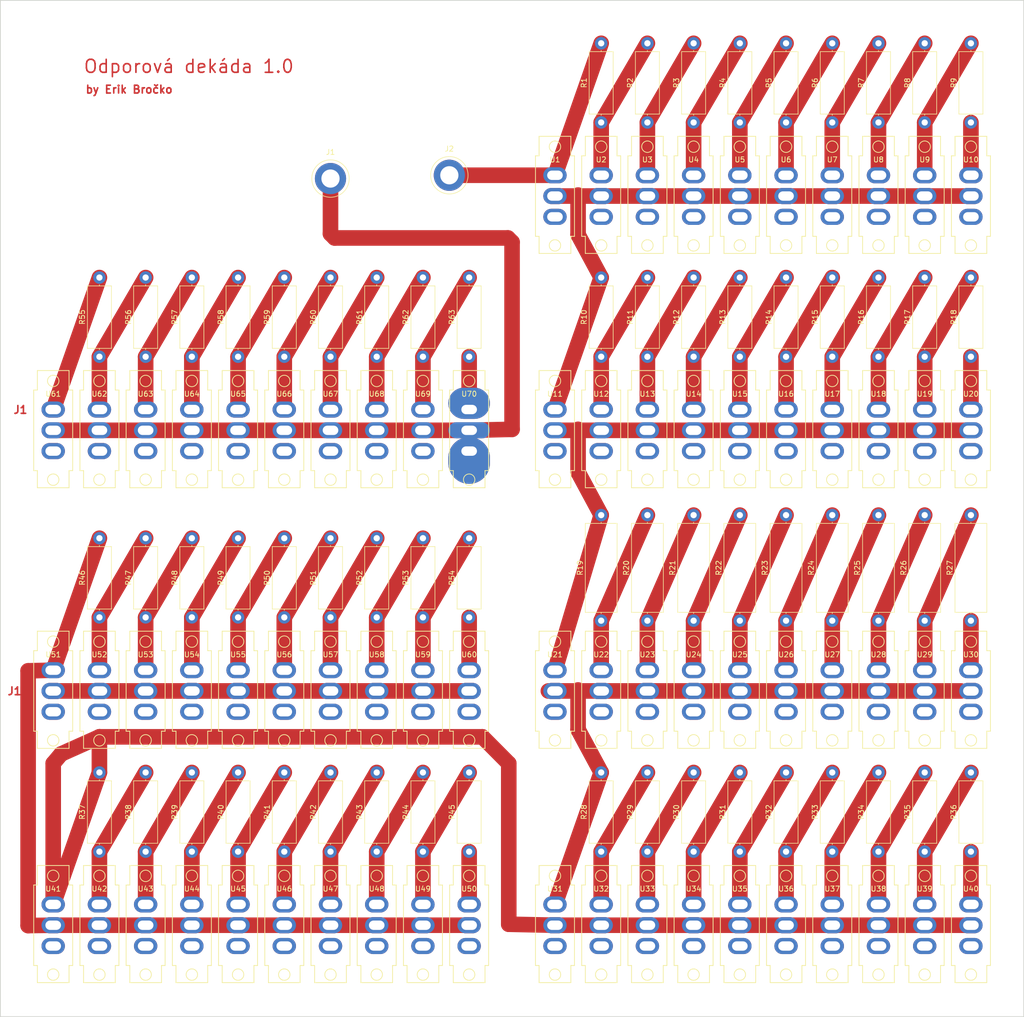
<source format=kicad_pcb>
(kicad_pcb (version 4) (host pcbnew 4.0.7-e2-6376~60~ubuntu17.10.1)
  (title_block (title "Odporová dekáda") (date 2017-11-30) (rev 1.0) (company "Erik Bročko, SPŠE K. Adlera 8, Bratislava") (comment 1 "Prvá verzia PCB"))
  (layers (0 F.Cu signal) (31 B.Cu signal) (34 B.Paste user) (35 F.Paste user) (36 B.SilkS user) (37 F.SilkS user) (38 B.Mask user) (39 F.Mask user) (44 Edge.Cuts user))
  (net 0 "")
  (net 1 "Net-(J1-Pad1)")
  (net 2 "Net-(J2-Pad1)")
  (net 3 "Net-(R1-Pad1)")
  (net 4 "Net-(R2-Pad1)")
  (net 5 "Net-(R3-Pad1)")
  (net 6 "Net-(R4-Pad1)")
  (net 7 "Net-(R5-Pad1)")
  (net 8 "Net-(R6-Pad1)")
  (net 9 "Net-(R7-Pad1)")
  (net 10 "Net-(R8-Pad1)")
  (net 11 "Net-(R9-Pad1)")
  (net 12 "Net-(R10-Pad1)")
  (net 13 "Net-(R10-Pad2)")
  (net 14 "Net-(R11-Pad1)")
  (net 15 "Net-(R12-Pad1)")
  (net 16 "Net-(R13-Pad1)")
  (net 17 "Net-(R14-Pad1)")
  (net 18 "Net-(R15-Pad1)")
  (net 19 "Net-(R16-Pad1)")
  (net 20 "Net-(R17-Pad1)")
  (net 21 "Net-(R18-Pad1)")
  (net 22 "Net-(R19-Pad1)")
  (net 23 "Net-(R19-Pad2)")
  (net 24 "Net-(R20-Pad1)")
  (net 25 "Net-(R21-Pad1)")
  (net 26 "Net-(R22-Pad1)")
  (net 27 "Net-(R23-Pad1)")
  (net 28 "Net-(R24-Pad1)")
  (net 29 "Net-(R25-Pad1)")
  (net 30 "Net-(R26-Pad1)")
  (net 31 "Net-(R27-Pad1)")
  (net 32 "Net-(R28-Pad1)")
  (net 33 "Net-(R28-Pad2)")
  (net 34 "Net-(R29-Pad1)")
  (net 35 "Net-(R30-Pad1)")
  (net 36 "Net-(R31-Pad1)")
  (net 37 "Net-(R32-Pad1)")
  (net 38 "Net-(R33-Pad1)")
  (net 39 "Net-(R34-Pad1)")
  (net 40 "Net-(R35-Pad1)")
  (net 41 "Net-(R36-Pad1)")
  (net 42 "Net-(R37-Pad1)")
  (net 43 "Net-(R37-Pad2)")
  (net 44 "Net-(R38-Pad1)")
  (net 45 "Net-(R39-Pad1)")
  (net 46 "Net-(R40-Pad1)")
  (net 47 "Net-(R41-Pad1)")
  (net 48 "Net-(R42-Pad1)")
  (net 49 "Net-(R43-Pad1)")
  (net 50 "Net-(R44-Pad1)")
  (net 51 "Net-(R45-Pad1)")
  (net 52 "Net-(R46-Pad1)")
  (net 53 "Net-(R46-Pad2)")
  (net 54 "Net-(R47-Pad1)")
  (net 55 "Net-(R48-Pad1)")
  (net 56 "Net-(R49-Pad1)")
  (net 57 "Net-(R50-Pad1)")
  (net 58 "Net-(R51-Pad1)")
  (net 59 "Net-(R52-Pad1)")
  (net 60 "Net-(R53-Pad1)")
  (net 61 "Net-(R54-Pad1)")
  (net 62 "Net-(R55-Pad1)")
  (net 63 "Net-(R55-Pad2)")
  (net 64 "Net-(R56-Pad1)")
  (net 65 "Net-(R57-Pad1)")
  (net 66 "Net-(R58-Pad1)")
  (net 67 "Net-(R59-Pad1)")
  (net 68 "Net-(R60-Pad1)")
  (net 69 "Net-(R61-Pad1)")
  (net 70 "Net-(R62-Pad1)")
  (net 71 "Net-(R63-Pad1)")
  (module switch_footprints:P-SRS22F-SPDT (layer F.Cu) (at 203.2 47.625 180)
    (fp_text reference U3 (at 0 3 180) (layer F.SilkS))
    (fp_text value " ")
    (pad 1 thru_hole oval (at 0 0 180) (size 4.5 3.1) (drill oval 3 1.8) (layers *.Cu *.Mask) (net 4 "Net-(R2-Pad1)"))
    (pad 2 thru_hole oval (at 0 -4 180) (size 4.5 3.1) (drill oval 3 1.8) (layers *.Cu *.Mask) (net 13 "Net-(R10-Pad2)"))
    (pad 2 thru_hole oval (at 0 -8 180) (size 4.5 3.1) (drill oval 3 1.8) (layers *.Cu *.Mask))
  )
  (module switch_footprints:Banana_Jack_1Pin (layer F.Cu) (at 142.24 48.26)
    (fp_text reference J1 (at 0 -5.08) (layer F.SilkS))
    (fp_text value Conn_01x01)
    (pad 1 thru_hole circle (at 0 0) (size 6 6) (drill 3.5) (layers *.Cu *.Mask) (net 1 "Net-(J1-Pad1)"))
  )
  (module switch_footprints:Banana_Jack_1Pin (layer F.Cu) (at 165.1 47.625)
    (fp_text reference J2 (at 0 -5.08) (layer F.SilkS))
    (fp_text value Conn_01x01)
    (pad 1 thru_hole circle (at 0 0) (size 6 6) (drill 3.5) (layers *.Cu *.Mask) (net 2 "Net-(J2-Pad1)"))
  )
  (module Resistors_THT:R_Axial_DIN0414_L11.9mm_D4.5mm_P15.24mm_Horizontal (layer F.Cu) (at 194.31 37.465 90)
    (fp_text reference R1 (at 7.62 -3.31 90) (layer F.SilkS))
    (fp_text value 1R)
    (pad 1 thru_hole circle (at 0 0 90) (size 2.4 2.4) (drill 1.2) (layers *.Cu *.Mask) (net 3 "Net-(R1-Pad1)"))
    (pad 2 thru_hole oval (at 15.24 0 90) (size 2.4 2.4) (drill 1.2) (layers *.Cu *.Mask) (net 2 "Net-(J2-Pad1)"))
  )
  (module Resistors_THT:R_Axial_DIN0414_L11.9mm_D4.5mm_P15.24mm_Horizontal (layer F.Cu) (at 203.2 37.465 90)
    (fp_text reference R2 (at 7.62 -3.31 90) (layer F.SilkS))
    (fp_text value 1R)
    (pad 1 thru_hole circle (at 0 0 90) (size 2.4 2.4) (drill 1.2) (layers *.Cu *.Mask) (net 4 "Net-(R2-Pad1)"))
    (pad 2 thru_hole oval (at 15.24 0 90) (size 2.4 2.4) (drill 1.2) (layers *.Cu *.Mask) (net 3 "Net-(R1-Pad1)"))
  )
  (module Resistors_THT:R_Axial_DIN0414_L11.9mm_D4.5mm_P15.24mm_Horizontal (layer F.Cu) (at 212.09 37.465 90)
    (fp_text reference R3 (at 7.62 -3.31 90) (layer F.SilkS))
    (fp_text value 1R)
    (pad 1 thru_hole circle (at 0 0 90) (size 2.4 2.4) (drill 1.2) (layers *.Cu *.Mask) (net 5 "Net-(R3-Pad1)"))
    (pad 2 thru_hole oval (at 15.24 0 90) (size 2.4 2.4) (drill 1.2) (layers *.Cu *.Mask) (net 4 "Net-(R2-Pad1)"))
  )
  (module Resistors_THT:R_Axial_DIN0414_L11.9mm_D4.5mm_P15.24mm_Horizontal (layer F.Cu) (at 220.98 37.465 90)
    (fp_text reference R4 (at 7.62 -3.31 90) (layer F.SilkS))
    (fp_text value 1R)
    (pad 1 thru_hole circle (at 0 0 90) (size 2.4 2.4) (drill 1.2) (layers *.Cu *.Mask) (net 6 "Net-(R4-Pad1)"))
    (pad 2 thru_hole oval (at 15.24 0 90) (size 2.4 2.4) (drill 1.2) (layers *.Cu *.Mask) (net 5 "Net-(R3-Pad1)"))
  )
  (module Resistors_THT:R_Axial_DIN0414_L11.9mm_D4.5mm_P15.24mm_Horizontal (layer F.Cu) (at 229.87 37.465 90)
    (fp_text reference R5 (at 7.62 -3.31 90) (layer F.SilkS))
    (fp_text value 1R)
    (pad 1 thru_hole circle (at 0 0 90) (size 2.4 2.4) (drill 1.2) (layers *.Cu *.Mask) (net 7 "Net-(R5-Pad1)"))
    (pad 2 thru_hole oval (at 15.24 0 90) (size 2.4 2.4) (drill 1.2) (layers *.Cu *.Mask) (net 6 "Net-(R4-Pad1)"))
  )
  (module Resistors_THT:R_Axial_DIN0414_L11.9mm_D4.5mm_P15.24mm_Horizontal (layer F.Cu) (at 238.76 37.465 90)
    (fp_text reference R6 (at 7.62 -3.31 90) (layer F.SilkS))
    (fp_text value 1R)
    (pad 1 thru_hole circle (at 0 0 90) (size 2.4 2.4) (drill 1.2) (layers *.Cu *.Mask) (net 8 "Net-(R6-Pad1)"))
    (pad 2 thru_hole oval (at 15.24 0 90) (size 2.4 2.4) (drill 1.2) (layers *.Cu *.Mask) (net 7 "Net-(R5-Pad1)"))
  )
  (module Resistors_THT:R_Axial_DIN0414_L11.9mm_D4.5mm_P15.24mm_Horizontal (layer F.Cu) (at 247.65 37.465 90)
    (fp_text reference R7 (at 7.62 -3.31 90) (layer F.SilkS))
    (fp_text value 1R)
    (pad 1 thru_hole circle (at 0 0 90) (size 2.4 2.4) (drill 1.2) (layers *.Cu *.Mask) (net 9 "Net-(R7-Pad1)"))
    (pad 2 thru_hole oval (at 15.24 0 90) (size 2.4 2.4) (drill 1.2) (layers *.Cu *.Mask) (net 8 "Net-(R6-Pad1)"))
  )
  (module Resistors_THT:R_Axial_DIN0414_L11.9mm_D4.5mm_P15.24mm_Horizontal (layer F.Cu) (at 256.54 37.465 90)
    (fp_text reference R8 (at 7.62 -3.31 90) (layer F.SilkS))
    (fp_text value 1R)
    (pad 1 thru_hole circle (at 0 0 90) (size 2.4 2.4) (drill 1.2) (layers *.Cu *.Mask) (net 10 "Net-(R8-Pad1)"))
    (pad 2 thru_hole oval (at 15.24 0 90) (size 2.4 2.4) (drill 1.2) (layers *.Cu *.Mask) (net 9 "Net-(R7-Pad1)"))
  )
  (module Resistors_THT:R_Axial_DIN0414_L11.9mm_D4.5mm_P15.24mm_Horizontal (layer F.Cu) (at 265.43 37.465 90)
    (fp_text reference R9 (at 7.62 -3.31 90) (layer F.SilkS))
    (fp_text value 1R)
    (pad 1 thru_hole circle (at 0 0 90) (size 2.4 2.4) (drill 1.2) (layers *.Cu *.Mask) (net 11 "Net-(R9-Pad1)"))
    (pad 2 thru_hole oval (at 15.24 0 90) (size 2.4 2.4) (drill 1.2) (layers *.Cu *.Mask) (net 10 "Net-(R8-Pad1)"))
  )
  (module Resistors_THT:R_Axial_DIN0414_L11.9mm_D4.5mm_P15.24mm_Horizontal (layer F.Cu) (at 194.31 82.55 90)
    (fp_text reference R10 (at 7.62 -3.31 90) (layer F.SilkS))
    (fp_text value 10R)
    (pad 1 thru_hole circle (at 0 0 90) (size 2.4 2.4) (drill 1.2) (layers *.Cu *.Mask) (net 12 "Net-(R10-Pad1)"))
    (pad 2 thru_hole oval (at 15.24 0 90) (size 2.4 2.4) (drill 1.2) (layers *.Cu *.Mask) (net 13 "Net-(R10-Pad2)"))
  )
  (module Resistors_THT:R_Axial_DIN0414_L11.9mm_D4.5mm_P15.24mm_Horizontal (layer F.Cu) (at 203.2 82.55 90)
    (fp_text reference R11 (at 7.62 -3.31 90) (layer F.SilkS))
    (fp_text value 10R)
    (pad 1 thru_hole circle (at 0 0 90) (size 2.4 2.4) (drill 1.2) (layers *.Cu *.Mask) (net 14 "Net-(R11-Pad1)"))
    (pad 2 thru_hole oval (at 15.24 0 90) (size 2.4 2.4) (drill 1.2) (layers *.Cu *.Mask) (net 12 "Net-(R10-Pad1)"))
  )
  (module Resistors_THT:R_Axial_DIN0414_L11.9mm_D4.5mm_P15.24mm_Horizontal (layer F.Cu) (at 212.09 82.55 90)
    (fp_text reference R12 (at 7.62 -3.31 90) (layer F.SilkS))
    (fp_text value 10R)
    (pad 1 thru_hole circle (at 0 0 90) (size 2.4 2.4) (drill 1.2) (layers *.Cu *.Mask) (net 15 "Net-(R12-Pad1)"))
    (pad 2 thru_hole oval (at 15.24 0 90) (size 2.4 2.4) (drill 1.2) (layers *.Cu *.Mask) (net 14 "Net-(R11-Pad1)"))
  )
  (module Resistors_THT:R_Axial_DIN0414_L11.9mm_D4.5mm_P15.24mm_Horizontal (layer F.Cu) (at 220.98 82.55 90)
    (fp_text reference R13 (at 7.62 -3.31 90) (layer F.SilkS))
    (fp_text value 10R)
    (pad 1 thru_hole circle (at 0 0 90) (size 2.4 2.4) (drill 1.2) (layers *.Cu *.Mask) (net 16 "Net-(R13-Pad1)"))
    (pad 2 thru_hole oval (at 15.24 0 90) (size 2.4 2.4) (drill 1.2) (layers *.Cu *.Mask) (net 15 "Net-(R12-Pad1)"))
  )
  (module Resistors_THT:R_Axial_DIN0414_L11.9mm_D4.5mm_P15.24mm_Horizontal (layer F.Cu) (at 229.87 82.55 90)
    (fp_text reference R14 (at 7.62 -3.31 90) (layer F.SilkS))
    (fp_text value 10R)
    (pad 1 thru_hole circle (at 0 0 90) (size 2.4 2.4) (drill 1.2) (layers *.Cu *.Mask) (net 17 "Net-(R14-Pad1)"))
    (pad 2 thru_hole oval (at 15.24 0 90) (size 2.4 2.4) (drill 1.2) (layers *.Cu *.Mask) (net 16 "Net-(R13-Pad1)"))
  )
  (module Resistors_THT:R_Axial_DIN0414_L11.9mm_D4.5mm_P15.24mm_Horizontal (layer F.Cu) (at 238.76 82.55 90)
    (fp_text reference R15 (at 7.62 -3.31 90) (layer F.SilkS))
    (fp_text value 10R)
    (pad 1 thru_hole circle (at 0 0 90) (size 2.4 2.4) (drill 1.2) (layers *.Cu *.Mask) (net 18 "Net-(R15-Pad1)"))
    (pad 2 thru_hole oval (at 15.24 0 90) (size 2.4 2.4) (drill 1.2) (layers *.Cu *.Mask) (net 17 "Net-(R14-Pad1)"))
  )
  (module Resistors_THT:R_Axial_DIN0414_L11.9mm_D4.5mm_P15.24mm_Horizontal (layer F.Cu) (at 247.65 82.55 90)
    (fp_text reference R16 (at 7.62 -3.31 90) (layer F.SilkS))
    (fp_text value 10R)
    (pad 1 thru_hole circle (at 0 0 90) (size 2.4 2.4) (drill 1.2) (layers *.Cu *.Mask) (net 19 "Net-(R16-Pad1)"))
    (pad 2 thru_hole oval (at 15.24 0 90) (size 2.4 2.4) (drill 1.2) (layers *.Cu *.Mask) (net 18 "Net-(R15-Pad1)"))
  )
  (module Resistors_THT:R_Axial_DIN0414_L11.9mm_D4.5mm_P15.24mm_Horizontal (layer F.Cu) (at 256.54 82.55 90)
    (fp_text reference R17 (at 7.62 -3.31 90) (layer F.SilkS))
    (fp_text value 10R)
    (pad 1 thru_hole circle (at 0 0 90) (size 2.4 2.4) (drill 1.2) (layers *.Cu *.Mask) (net 20 "Net-(R17-Pad1)"))
    (pad 2 thru_hole oval (at 15.24 0 90) (size 2.4 2.4) (drill 1.2) (layers *.Cu *.Mask) (net 19 "Net-(R16-Pad1)"))
  )
  (module Resistors_THT:R_Axial_DIN0414_L11.9mm_D4.5mm_P15.24mm_Horizontal (layer F.Cu) (at 265.43 82.55 90)
    (fp_text reference R18 (at 7.62 -3.31 90) (layer F.SilkS))
    (fp_text value 10R)
    (pad 1 thru_hole circle (at 0 0 90) (size 2.4 2.4) (drill 1.2) (layers *.Cu *.Mask) (net 21 "Net-(R18-Pad1)"))
    (pad 2 thru_hole oval (at 15.24 0 90) (size 2.4 2.4) (drill 1.2) (layers *.Cu *.Mask) (net 20 "Net-(R17-Pad1)"))
  )
  (module Resistors_THT:R_Axial_DIN0617_L17.0mm_D6.0mm_P20.32mm_Horizontal (layer F.Cu) (at 194.31 133.35 90)
    (fp_text reference R19 (at 10.16 -4.06 90) (layer F.SilkS))
    (fp_text value 100R)
    (pad 1 thru_hole circle (at 0 0 90) (size 2.4 2.4) (drill 1.2) (layers *.Cu *.Mask) (net 22 "Net-(R19-Pad1)"))
    (pad 2 thru_hole oval (at 20.32 0 90) (size 2.4 2.4) (drill 1.2) (layers *.Cu *.Mask) (net 23 "Net-(R19-Pad2)"))
  )
  (module Resistors_THT:R_Axial_DIN0617_L17.0mm_D6.0mm_P20.32mm_Horizontal (layer F.Cu) (at 203.2 133.35 90)
    (fp_text reference R20 (at 10.16 -4.06 90) (layer F.SilkS))
    (fp_text value 100R)
    (pad 1 thru_hole circle (at 0 0 90) (size 2.4 2.4) (drill 1.2) (layers *.Cu *.Mask) (net 24 "Net-(R20-Pad1)"))
    (pad 2 thru_hole oval (at 20.32 0 90) (size 2.4 2.4) (drill 1.2) (layers *.Cu *.Mask) (net 22 "Net-(R19-Pad1)"))
  )
  (module Resistors_THT:R_Axial_DIN0617_L17.0mm_D6.0mm_P20.32mm_Horizontal (layer F.Cu) (at 212.09 133.35 90)
    (fp_text reference R21 (at 10.16 -4.06 90) (layer F.SilkS))
    (fp_text value 100R)
    (pad 1 thru_hole circle (at 0 0 90) (size 2.4 2.4) (drill 1.2) (layers *.Cu *.Mask) (net 25 "Net-(R21-Pad1)"))
    (pad 2 thru_hole oval (at 20.32 0 90) (size 2.4 2.4) (drill 1.2) (layers *.Cu *.Mask) (net 24 "Net-(R20-Pad1)"))
  )
  (module Resistors_THT:R_Axial_DIN0617_L17.0mm_D6.0mm_P20.32mm_Horizontal (layer F.Cu) (at 220.98 133.35 90)
    (fp_text reference R22 (at 10.16 -4.06 90) (layer F.SilkS))
    (fp_text value 100R)
    (pad 1 thru_hole circle (at 0 0 90) (size 2.4 2.4) (drill 1.2) (layers *.Cu *.Mask) (net 26 "Net-(R22-Pad1)"))
    (pad 2 thru_hole oval (at 20.32 0 90) (size 2.4 2.4) (drill 1.2) (layers *.Cu *.Mask) (net 25 "Net-(R21-Pad1)"))
  )
  (module Resistors_THT:R_Axial_DIN0617_L17.0mm_D6.0mm_P20.32mm_Horizontal (layer F.Cu) (at 229.87 133.35 90)
    (fp_text reference R23 (at 10.16 -4.06 90) (layer F.SilkS))
    (fp_text value 100R)
    (pad 1 thru_hole circle (at 0 0 90) (size 2.4 2.4) (drill 1.2) (layers *.Cu *.Mask) (net 27 "Net-(R23-Pad1)"))
    (pad 2 thru_hole oval (at 20.32 0 90) (size 2.4 2.4) (drill 1.2) (layers *.Cu *.Mask) (net 26 "Net-(R22-Pad1)"))
  )
  (module Resistors_THT:R_Axial_DIN0617_L17.0mm_D6.0mm_P20.32mm_Horizontal (layer F.Cu) (at 238.76 133.35 90)
    (fp_text reference R24 (at 10.16 -4.06 90) (layer F.SilkS))
    (fp_text value 100R)
    (pad 1 thru_hole circle (at 0 0 90) (size 2.4 2.4) (drill 1.2) (layers *.Cu *.Mask) (net 28 "Net-(R24-Pad1)"))
    (pad 2 thru_hole oval (at 20.32 0 90) (size 2.4 2.4) (drill 1.2) (layers *.Cu *.Mask) (net 27 "Net-(R23-Pad1)"))
  )
  (module Resistors_THT:R_Axial_DIN0617_L17.0mm_D6.0mm_P20.32mm_Horizontal (layer F.Cu) (at 247.65 133.35 90)
    (fp_text reference R25 (at 10.16 -4.06 90) (layer F.SilkS))
    (fp_text value 100R)
    (pad 1 thru_hole circle (at 0 0 90) (size 2.4 2.4) (drill 1.2) (layers *.Cu *.Mask) (net 29 "Net-(R25-Pad1)"))
    (pad 2 thru_hole oval (at 20.32 0 90) (size 2.4 2.4) (drill 1.2) (layers *.Cu *.Mask) (net 28 "Net-(R24-Pad1)"))
  )
  (module Resistors_THT:R_Axial_DIN0617_L17.0mm_D6.0mm_P20.32mm_Horizontal (layer F.Cu) (at 256.54 133.35 90)
    (fp_text reference R26 (at 10.16 -4.06 90) (layer F.SilkS))
    (fp_text value 100R)
    (pad 1 thru_hole circle (at 0 0 90) (size 2.4 2.4) (drill 1.2) (layers *.Cu *.Mask) (net 30 "Net-(R26-Pad1)"))
    (pad 2 thru_hole oval (at 20.32 0 90) (size 2.4 2.4) (drill 1.2) (layers *.Cu *.Mask) (net 29 "Net-(R25-Pad1)"))
  )
  (module Resistors_THT:R_Axial_DIN0617_L17.0mm_D6.0mm_P20.32mm_Horizontal (layer F.Cu) (at 265.43 133.35 90)
    (fp_text reference R27 (at 10.16 -4.06 90) (layer F.SilkS))
    (fp_text value 100R)
    (pad 1 thru_hole circle (at 0 0 90) (size 2.4 2.4) (drill 1.2) (layers *.Cu *.Mask) (net 31 "Net-(R27-Pad1)"))
    (pad 2 thru_hole oval (at 20.32 0 90) (size 2.4 2.4) (drill 1.2) (layers *.Cu *.Mask) (net 30 "Net-(R26-Pad1)"))
  )
  (module Resistors_THT:R_Axial_DIN0414_L11.9mm_D4.5mm_P15.24mm_Horizontal (layer F.Cu) (at 194.31 177.8 90)
    (fp_text reference R28 (at 7.62 -3.31 90) (layer F.SilkS))
    (fp_text value 1K)
    (pad 1 thru_hole circle (at 0 0 90) (size 2.4 2.4) (drill 1.2) (layers *.Cu *.Mask) (net 32 "Net-(R28-Pad1)"))
    (pad 2 thru_hole oval (at 15.24 0 90) (size 2.4 2.4) (drill 1.2) (layers *.Cu *.Mask) (net 33 "Net-(R28-Pad2)"))
  )
  (module Resistors_THT:R_Axial_DIN0414_L11.9mm_D4.5mm_P15.24mm_Horizontal (layer F.Cu) (at 203.2 177.8 90)
    (fp_text reference R29 (at 7.62 -3.31 90) (layer F.SilkS))
    (fp_text value 1K)
    (pad 1 thru_hole circle (at 0 0 90) (size 2.4 2.4) (drill 1.2) (layers *.Cu *.Mask) (net 34 "Net-(R29-Pad1)"))
    (pad 2 thru_hole oval (at 15.24 0 90) (size 2.4 2.4) (drill 1.2) (layers *.Cu *.Mask) (net 32 "Net-(R28-Pad1)"))
  )
  (module Resistors_THT:R_Axial_DIN0414_L11.9mm_D4.5mm_P15.24mm_Horizontal (layer F.Cu) (at 212.09 177.8 90)
    (fp_text reference R30 (at 7.62 -3.31 90) (layer F.SilkS))
    (fp_text value 1K)
    (pad 1 thru_hole circle (at 0 0 90) (size 2.4 2.4) (drill 1.2) (layers *.Cu *.Mask) (net 35 "Net-(R30-Pad1)"))
    (pad 2 thru_hole oval (at 15.24 0 90) (size 2.4 2.4) (drill 1.2) (layers *.Cu *.Mask) (net 34 "Net-(R29-Pad1)"))
  )
  (module Resistors_THT:R_Axial_DIN0414_L11.9mm_D4.5mm_P15.24mm_Horizontal (layer F.Cu) (at 220.98 177.8 90)
    (fp_text reference R31 (at 7.62 -3.31 90) (layer F.SilkS))
    (fp_text value 1K)
    (pad 1 thru_hole circle (at 0 0 90) (size 2.4 2.4) (drill 1.2) (layers *.Cu *.Mask) (net 36 "Net-(R31-Pad1)"))
    (pad 2 thru_hole oval (at 15.24 0 90) (size 2.4 2.4) (drill 1.2) (layers *.Cu *.Mask) (net 35 "Net-(R30-Pad1)"))
  )
  (module Resistors_THT:R_Axial_DIN0414_L11.9mm_D4.5mm_P15.24mm_Horizontal (layer F.Cu) (at 229.87 177.8 90)
    (fp_text reference R32 (at 7.62 -3.31 90) (layer F.SilkS))
    (fp_text value 1K)
    (pad 1 thru_hole circle (at 0 0 90) (size 2.4 2.4) (drill 1.2) (layers *.Cu *.Mask) (net 37 "Net-(R32-Pad1)"))
    (pad 2 thru_hole oval (at 15.24 0 90) (size 2.4 2.4) (drill 1.2) (layers *.Cu *.Mask) (net 36 "Net-(R31-Pad1)"))
  )
  (module Resistors_THT:R_Axial_DIN0414_L11.9mm_D4.5mm_P15.24mm_Horizontal (layer F.Cu) (at 238.76 177.8 90)
    (fp_text reference R33 (at 7.62 -3.31 90) (layer F.SilkS))
    (fp_text value 1K)
    (pad 1 thru_hole circle (at 0 0 90) (size 2.4 2.4) (drill 1.2) (layers *.Cu *.Mask) (net 38 "Net-(R33-Pad1)"))
    (pad 2 thru_hole oval (at 15.24 0 90) (size 2.4 2.4) (drill 1.2) (layers *.Cu *.Mask) (net 37 "Net-(R32-Pad1)"))
  )
  (module Resistors_THT:R_Axial_DIN0414_L11.9mm_D4.5mm_P15.24mm_Horizontal (layer F.Cu) (at 247.65 177.8 90)
    (fp_text reference R34 (at 7.62 -3.31 90) (layer F.SilkS))
    (fp_text value 1K)
    (pad 1 thru_hole circle (at 0 0 90) (size 2.4 2.4) (drill 1.2) (layers *.Cu *.Mask) (net 39 "Net-(R34-Pad1)"))
    (pad 2 thru_hole oval (at 15.24 0 90) (size 2.4 2.4) (drill 1.2) (layers *.Cu *.Mask) (net 38 "Net-(R33-Pad1)"))
  )
  (module Resistors_THT:R_Axial_DIN0414_L11.9mm_D4.5mm_P15.24mm_Horizontal (layer F.Cu) (at 256.54 177.8 90)
    (fp_text reference R35 (at 7.62 -3.31 90) (layer F.SilkS))
    (fp_text value 1K)
    (pad 1 thru_hole circle (at 0 0 90) (size 2.4 2.4) (drill 1.2) (layers *.Cu *.Mask) (net 40 "Net-(R35-Pad1)"))
    (pad 2 thru_hole oval (at 15.24 0 90) (size 2.4 2.4) (drill 1.2) (layers *.Cu *.Mask) (net 39 "Net-(R34-Pad1)"))
  )
  (module Resistors_THT:R_Axial_DIN0414_L11.9mm_D4.5mm_P15.24mm_Horizontal (layer F.Cu) (at 265.43 177.8 90)
    (fp_text reference R36 (at 7.62 -3.31 90) (layer F.SilkS))
    (fp_text value 1K)
    (pad 1 thru_hole circle (at 0 0 90) (size 2.4 2.4) (drill 1.2) (layers *.Cu *.Mask) (net 41 "Net-(R36-Pad1)"))
    (pad 2 thru_hole oval (at 15.24 0 90) (size 2.4 2.4) (drill 1.2) (layers *.Cu *.Mask) (net 40 "Net-(R35-Pad1)"))
  )
  (module Resistors_THT:R_Axial_DIN0414_L11.9mm_D4.5mm_P15.24mm_Horizontal (layer F.Cu) (at 97.79 177.8 90)
    (fp_text reference R37 (at 7.62 -3.31 90) (layer F.SilkS))
    (fp_text value 10K)
    (pad 1 thru_hole circle (at 0 0 90) (size 2.4 2.4) (drill 1.2) (layers *.Cu *.Mask) (net 42 "Net-(R37-Pad1)"))
    (pad 2 thru_hole oval (at 15.24 0 90) (size 2.4 2.4) (drill 1.2) (layers *.Cu *.Mask) (net 43 "Net-(R37-Pad2)"))
  )
  (module Resistors_THT:R_Axial_DIN0414_L11.9mm_D4.5mm_P15.24mm_Horizontal (layer F.Cu) (at 106.68 177.8 90)
    (fp_text reference R38 (at 7.62 -3.31 90) (layer F.SilkS))
    (fp_text value 10K)
    (pad 1 thru_hole circle (at 0 0 90) (size 2.4 2.4) (drill 1.2) (layers *.Cu *.Mask) (net 44 "Net-(R38-Pad1)"))
    (pad 2 thru_hole oval (at 15.24 0 90) (size 2.4 2.4) (drill 1.2) (layers *.Cu *.Mask) (net 42 "Net-(R37-Pad1)"))
  )
  (module Resistors_THT:R_Axial_DIN0414_L11.9mm_D4.5mm_P15.24mm_Horizontal (layer F.Cu) (at 115.57 177.8 90)
    (fp_text reference R39 (at 7.62 -3.31 90) (layer F.SilkS))
    (fp_text value 10K)
    (pad 1 thru_hole circle (at 0 0 90) (size 2.4 2.4) (drill 1.2) (layers *.Cu *.Mask) (net 45 "Net-(R39-Pad1)"))
    (pad 2 thru_hole oval (at 15.24 0 90) (size 2.4 2.4) (drill 1.2) (layers *.Cu *.Mask) (net 44 "Net-(R38-Pad1)"))
  )
  (module Resistors_THT:R_Axial_DIN0414_L11.9mm_D4.5mm_P15.24mm_Horizontal (layer F.Cu) (at 124.46 177.8 90)
    (fp_text reference R40 (at 7.62 -3.31 90) (layer F.SilkS))
    (fp_text value 10K)
    (pad 1 thru_hole circle (at 0 0 90) (size 2.4 2.4) (drill 1.2) (layers *.Cu *.Mask) (net 46 "Net-(R40-Pad1)"))
    (pad 2 thru_hole oval (at 15.24 0 90) (size 2.4 2.4) (drill 1.2) (layers *.Cu *.Mask) (net 45 "Net-(R39-Pad1)"))
  )
  (module Resistors_THT:R_Axial_DIN0414_L11.9mm_D4.5mm_P15.24mm_Horizontal (layer F.Cu) (at 133.35 177.8 90)
    (fp_text reference R41 (at 7.62 -3.31 90) (layer F.SilkS))
    (fp_text value 10K)
    (pad 1 thru_hole circle (at 0 0 90) (size 2.4 2.4) (drill 1.2) (layers *.Cu *.Mask) (net 47 "Net-(R41-Pad1)"))
    (pad 2 thru_hole oval (at 15.24 0 90) (size 2.4 2.4) (drill 1.2) (layers *.Cu *.Mask) (net 46 "Net-(R40-Pad1)"))
  )
  (module Resistors_THT:R_Axial_DIN0414_L11.9mm_D4.5mm_P15.24mm_Horizontal (layer F.Cu) (at 142.24 177.8 90)
    (fp_text reference R42 (at 7.62 -3.31 90) (layer F.SilkS))
    (fp_text value 10K)
    (pad 1 thru_hole circle (at 0 0 90) (size 2.4 2.4) (drill 1.2) (layers *.Cu *.Mask) (net 48 "Net-(R42-Pad1)"))
    (pad 2 thru_hole oval (at 15.24 0 90) (size 2.4 2.4) (drill 1.2) (layers *.Cu *.Mask) (net 47 "Net-(R41-Pad1)"))
  )
  (module Resistors_THT:R_Axial_DIN0414_L11.9mm_D4.5mm_P15.24mm_Horizontal (layer F.Cu) (at 151.13 177.8 90)
    (fp_text reference R43 (at 7.62 -3.31 90) (layer F.SilkS))
    (fp_text value 10K)
    (pad 1 thru_hole circle (at 0 0 90) (size 2.4 2.4) (drill 1.2) (layers *.Cu *.Mask) (net 49 "Net-(R43-Pad1)"))
    (pad 2 thru_hole oval (at 15.24 0 90) (size 2.4 2.4) (drill 1.2) (layers *.Cu *.Mask) (net 48 "Net-(R42-Pad1)"))
  )
  (module Resistors_THT:R_Axial_DIN0414_L11.9mm_D4.5mm_P15.24mm_Horizontal (layer F.Cu) (at 160.02 177.8 90)
    (fp_text reference R44 (at 7.62 -3.31 90) (layer F.SilkS))
    (fp_text value 10K)
    (pad 1 thru_hole circle (at 0 0 90) (size 2.4 2.4) (drill 1.2) (layers *.Cu *.Mask) (net 50 "Net-(R44-Pad1)"))
    (pad 2 thru_hole oval (at 15.24 0 90) (size 2.4 2.4) (drill 1.2) (layers *.Cu *.Mask) (net 49 "Net-(R43-Pad1)"))
  )
  (module Resistors_THT:R_Axial_DIN0414_L11.9mm_D4.5mm_P15.24mm_Horizontal (layer F.Cu) (at 168.91 177.8 90)
    (fp_text reference R45 (at 7.62 -3.31 90) (layer F.SilkS))
    (fp_text value 10K)
    (pad 1 thru_hole circle (at 0 0 90) (size 2.4 2.4) (drill 1.2) (layers *.Cu *.Mask) (net 51 "Net-(R45-Pad1)"))
    (pad 2 thru_hole oval (at 15.24 0 90) (size 2.4 2.4) (drill 1.2) (layers *.Cu *.Mask) (net 50 "Net-(R44-Pad1)"))
  )
  (module Resistors_THT:R_Axial_DIN0414_L11.9mm_D4.5mm_P15.24mm_Horizontal (layer F.Cu) (at 97.79 132.715 90)
    (fp_text reference R46 (at 7.62 -3.31 90) (layer F.SilkS))
    (fp_text value 100K)
    (pad 1 thru_hole circle (at 0 0 90) (size 2.4 2.4) (drill 1.2) (layers *.Cu *.Mask) (net 52 "Net-(R46-Pad1)"))
    (pad 2 thru_hole oval (at 15.24 0 90) (size 2.4 2.4) (drill 1.2) (layers *.Cu *.Mask) (net 53 "Net-(R46-Pad2)"))
  )
  (module Resistors_THT:R_Axial_DIN0414_L11.9mm_D4.5mm_P15.24mm_Horizontal (layer F.Cu) (at 106.68 132.715 90)
    (fp_text reference R47 (at 7.62 -3.31 90) (layer F.SilkS))
    (fp_text value 100K)
    (pad 1 thru_hole circle (at 0 0 90) (size 2.4 2.4) (drill 1.2) (layers *.Cu *.Mask) (net 54 "Net-(R47-Pad1)"))
    (pad 2 thru_hole oval (at 15.24 0 90) (size 2.4 2.4) (drill 1.2) (layers *.Cu *.Mask) (net 52 "Net-(R46-Pad1)"))
  )
  (module Resistors_THT:R_Axial_DIN0414_L11.9mm_D4.5mm_P15.24mm_Horizontal (layer F.Cu) (at 115.57 132.715 90)
    (fp_text reference R48 (at 7.62 -3.31 90) (layer F.SilkS))
    (fp_text value 100K)
    (pad 1 thru_hole circle (at 0 0 90) (size 2.4 2.4) (drill 1.2) (layers *.Cu *.Mask) (net 55 "Net-(R48-Pad1)"))
    (pad 2 thru_hole oval (at 15.24 0 90) (size 2.4 2.4) (drill 1.2) (layers *.Cu *.Mask) (net 54 "Net-(R47-Pad1)"))
  )
  (module Resistors_THT:R_Axial_DIN0414_L11.9mm_D4.5mm_P15.24mm_Horizontal (layer F.Cu) (at 124.46 132.715 90)
    (fp_text reference R49 (at 7.62 -3.31 90) (layer F.SilkS))
    (fp_text value 100K)
    (pad 1 thru_hole circle (at 0 0 90) (size 2.4 2.4) (drill 1.2) (layers *.Cu *.Mask) (net 56 "Net-(R49-Pad1)"))
    (pad 2 thru_hole oval (at 15.24 0 90) (size 2.4 2.4) (drill 1.2) (layers *.Cu *.Mask) (net 55 "Net-(R48-Pad1)"))
  )
  (module Resistors_THT:R_Axial_DIN0414_L11.9mm_D4.5mm_P15.24mm_Horizontal (layer F.Cu) (at 133.35 132.715 90)
    (fp_text reference R50 (at 7.62 -3.31 90) (layer F.SilkS))
    (fp_text value 100K)
    (pad 1 thru_hole circle (at 0 0 90) (size 2.4 2.4) (drill 1.2) (layers *.Cu *.Mask) (net 57 "Net-(R50-Pad1)"))
    (pad 2 thru_hole oval (at 15.24 0 90) (size 2.4 2.4) (drill 1.2) (layers *.Cu *.Mask) (net 56 "Net-(R49-Pad1)"))
  )
  (module Resistors_THT:R_Axial_DIN0414_L11.9mm_D4.5mm_P15.24mm_Horizontal (layer F.Cu) (at 142.24 132.715 90)
    (fp_text reference R51 (at 7.62 -3.31 90) (layer F.SilkS))
    (fp_text value 100K)
    (pad 1 thru_hole circle (at 0 0 90) (size 2.4 2.4) (drill 1.2) (layers *.Cu *.Mask) (net 58 "Net-(R51-Pad1)"))
    (pad 2 thru_hole oval (at 15.24 0 90) (size 2.4 2.4) (drill 1.2) (layers *.Cu *.Mask) (net 57 "Net-(R50-Pad1)"))
  )
  (module Resistors_THT:R_Axial_DIN0414_L11.9mm_D4.5mm_P15.24mm_Horizontal (layer F.Cu) (at 151.13 132.715 90)
    (fp_text reference R52 (at 7.62 -3.31 90) (layer F.SilkS))
    (fp_text value 100K)
    (pad 1 thru_hole circle (at 0 0 90) (size 2.4 2.4) (drill 1.2) (layers *.Cu *.Mask) (net 59 "Net-(R52-Pad1)"))
    (pad 2 thru_hole oval (at 15.24 0 90) (size 2.4 2.4) (drill 1.2) (layers *.Cu *.Mask) (net 58 "Net-(R51-Pad1)"))
  )
  (module Resistors_THT:R_Axial_DIN0414_L11.9mm_D4.5mm_P15.24mm_Horizontal (layer F.Cu) (at 160.02 132.715 90)
    (fp_text reference R53 (at 7.62 -3.31 90) (layer F.SilkS))
    (fp_text value 100K)
    (pad 1 thru_hole circle (at 0 0 90) (size 2.4 2.4) (drill 1.2) (layers *.Cu *.Mask) (net 60 "Net-(R53-Pad1)"))
    (pad 2 thru_hole oval (at 15.24 0 90) (size 2.4 2.4) (drill 1.2) (layers *.Cu *.Mask) (net 59 "Net-(R52-Pad1)"))
  )
  (module Resistors_THT:R_Axial_DIN0414_L11.9mm_D4.5mm_P15.24mm_Horizontal (layer F.Cu) (at 168.91 132.715 90)
    (fp_text reference R54 (at 7.62 -3.31 90) (layer F.SilkS))
    (fp_text value 100K)
    (pad 1 thru_hole circle (at 0 0 90) (size 2.4 2.4) (drill 1.2) (layers *.Cu *.Mask) (net 61 "Net-(R54-Pad1)"))
    (pad 2 thru_hole oval (at 15.24 0 90) (size 2.4 2.4) (drill 1.2) (layers *.Cu *.Mask) (net 60 "Net-(R53-Pad1)"))
  )
  (module Resistors_THT:R_Axial_DIN0414_L11.9mm_D4.5mm_P15.24mm_Horizontal (layer F.Cu) (at 97.79 82.55 90)
    (fp_text reference R55 (at 7.62 -3.31 90) (layer F.SilkS))
    (fp_text value 1M)
    (pad 1 thru_hole circle (at 0 0 90) (size 2.4 2.4) (drill 1.2) (layers *.Cu *.Mask) (net 62 "Net-(R55-Pad1)"))
    (pad 2 thru_hole oval (at 15.24 0 90) (size 2.4 2.4) (drill 1.2) (layers *.Cu *.Mask) (net 63 "Net-(R55-Pad2)"))
  )
  (module Resistors_THT:R_Axial_DIN0414_L11.9mm_D4.5mm_P15.24mm_Horizontal (layer F.Cu) (at 106.68 82.55 90)
    (fp_text reference R56 (at 7.62 -3.31 90) (layer F.SilkS))
    (fp_text value 1M)
    (pad 1 thru_hole circle (at 0 0 90) (size 2.4 2.4) (drill 1.2) (layers *.Cu *.Mask) (net 64 "Net-(R56-Pad1)"))
    (pad 2 thru_hole oval (at 15.24 0 90) (size 2.4 2.4) (drill 1.2) (layers *.Cu *.Mask) (net 62 "Net-(R55-Pad1)"))
  )
  (module Resistors_THT:R_Axial_DIN0414_L11.9mm_D4.5mm_P15.24mm_Horizontal (layer F.Cu) (at 115.57 82.55 90)
    (fp_text reference R57 (at 7.62 -3.31 90) (layer F.SilkS))
    (fp_text value 1M)
    (pad 1 thru_hole circle (at 0 0 90) (size 2.4 2.4) (drill 1.2) (layers *.Cu *.Mask) (net 65 "Net-(R57-Pad1)"))
    (pad 2 thru_hole oval (at 15.24 0 90) (size 2.4 2.4) (drill 1.2) (layers *.Cu *.Mask) (net 64 "Net-(R56-Pad1)"))
  )
  (module Resistors_THT:R_Axial_DIN0414_L11.9mm_D4.5mm_P15.24mm_Horizontal (layer F.Cu) (at 124.46 82.55 90)
    (fp_text reference R58 (at 7.62 -3.31 90) (layer F.SilkS))
    (fp_text value 1M)
    (pad 1 thru_hole circle (at 0 0 90) (size 2.4 2.4) (drill 1.2) (layers *.Cu *.Mask) (net 66 "Net-(R58-Pad1)"))
    (pad 2 thru_hole oval (at 15.24 0 90) (size 2.4 2.4) (drill 1.2) (layers *.Cu *.Mask) (net 65 "Net-(R57-Pad1)"))
  )
  (module Resistors_THT:R_Axial_DIN0414_L11.9mm_D4.5mm_P15.24mm_Horizontal (layer F.Cu) (at 133.35 82.55 90)
    (fp_text reference R59 (at 7.62 -3.31 90) (layer F.SilkS))
    (fp_text value 1M)
    (pad 1 thru_hole circle (at 0 0 90) (size 2.4 2.4) (drill 1.2) (layers *.Cu *.Mask) (net 67 "Net-(R59-Pad1)"))
    (pad 2 thru_hole oval (at 15.24 0 90) (size 2.4 2.4) (drill 1.2) (layers *.Cu *.Mask) (net 66 "Net-(R58-Pad1)"))
  )
  (module Resistors_THT:R_Axial_DIN0414_L11.9mm_D4.5mm_P15.24mm_Horizontal (layer F.Cu) (at 142.24 82.55 90)
    (fp_text reference R60 (at 7.62 -3.31 90) (layer F.SilkS))
    (fp_text value 1M)
    (pad 1 thru_hole circle (at 0 0 90) (size 2.4 2.4) (drill 1.2) (layers *.Cu *.Mask) (net 68 "Net-(R60-Pad1)"))
    (pad 2 thru_hole oval (at 15.24 0 90) (size 2.4 2.4) (drill 1.2) (layers *.Cu *.Mask) (net 67 "Net-(R59-Pad1)"))
  )
  (module Resistors_THT:R_Axial_DIN0414_L11.9mm_D4.5mm_P15.24mm_Horizontal (layer F.Cu) (at 151.13 82.55 90)
    (fp_text reference R61 (at 7.62 -3.31 90) (layer F.SilkS))
    (fp_text value 1M)
    (pad 1 thru_hole circle (at 0 0 90) (size 2.4 2.4) (drill 1.2) (layers *.Cu *.Mask) (net 69 "Net-(R61-Pad1)"))
    (pad 2 thru_hole oval (at 15.24 0 90) (size 2.4 2.4) (drill 1.2) (layers *.Cu *.Mask) (net 68 "Net-(R60-Pad1)"))
  )
  (module Resistors_THT:R_Axial_DIN0414_L11.9mm_D4.5mm_P15.24mm_Horizontal (layer F.Cu) (at 160.02 82.55 90)
    (fp_text reference R62 (at 7.62 -3.31 90) (layer F.SilkS))
    (fp_text value 1M)
    (pad 1 thru_hole circle (at 0 0 90) (size 2.4 2.4) (drill 1.2) (layers *.Cu *.Mask) (net 70 "Net-(R62-Pad1)"))
    (pad 2 thru_hole oval (at 15.24 0 90) (size 2.4 2.4) (drill 1.2) (layers *.Cu *.Mask) (net 69 "Net-(R61-Pad1)"))
  )
  (module Resistors_THT:R_Axial_DIN0414_L11.9mm_D4.5mm_P15.24mm_Horizontal (layer F.Cu) (at 168.91 82.55 90)
    (fp_text reference R63 (at 7.62 -3.31 90) (layer F.SilkS))
    (fp_text value 1M)
    (pad 1 thru_hole circle (at 0 0 90) (size 2.4 2.4) (drill 1.2) (layers *.Cu *.Mask) (net 71 "Net-(R63-Pad1)"))
    (pad 2 thru_hole oval (at 15.24 0 90) (size 2.4 2.4) (drill 1.2) (layers *.Cu *.Mask) (net 70 "Net-(R62-Pad1)"))
  )
  (module switch_footprints:P-SRS22F-SPDT (layer F.Cu) (at 185.42 47.625 180)
    (fp_text reference U1 (at 0 3 180) (layer F.SilkS))
    (fp_text value " ")
    (pad 1 thru_hole oval (at 0 0 180) (size 4.5 3.1) (drill oval 3 1.8) (layers *.Cu *.Mask) (net 2 "Net-(J2-Pad1)"))
    (pad 2 thru_hole oval (at 0 -4 180) (size 4.5 3.1) (drill oval 3 1.8) (layers *.Cu *.Mask) (net 13 "Net-(R10-Pad2)"))
    (pad 2 thru_hole oval (at 0 -8 180) (size 4.5 3.1) (drill oval 3 1.8) (layers *.Cu *.Mask))
  )
  (module switch_footprints:P-SRS22F-SPDT (layer F.Cu) (at 194.31 47.625 180)
    (fp_text reference U2 (at 0 3 180) (layer F.SilkS))
    (fp_text value " ")
    (pad 1 thru_hole oval (at 0 0 180) (size 4.5 3.1) (drill oval 3 1.8) (layers *.Cu *.Mask) (net 3 "Net-(R1-Pad1)"))
    (pad 2 thru_hole oval (at 0 -4 180) (size 4.5 3.1) (drill oval 3 1.8) (layers *.Cu *.Mask) (net 13 "Net-(R10-Pad2)"))
    (pad 2 thru_hole oval (at 0 -8 180) (size 4.5 3.1) (drill oval 3 1.8) (layers *.Cu *.Mask))
  )
  (module switch_footprints:P-SRS22F-SPDT (layer F.Cu) (at 212.09 47.625 180)
    (fp_text reference U4 (at 0 3 180) (layer F.SilkS))
    (fp_text value " ")
    (pad 1 thru_hole oval (at 0 0 180) (size 4.5 3.1) (drill oval 3 1.8) (layers *.Cu *.Mask) (net 5 "Net-(R3-Pad1)"))
    (pad 2 thru_hole oval (at 0 -4 180) (size 4.5 3.1) (drill oval 3 1.8) (layers *.Cu *.Mask) (net 13 "Net-(R10-Pad2)"))
    (pad 2 thru_hole oval (at 0 -8 180) (size 4.5 3.1) (drill oval 3 1.8) (layers *.Cu *.Mask))
  )
  (module switch_footprints:P-SRS22F-SPDT (layer F.Cu) (at 220.98 47.625 180)
    (fp_text reference U5 (at 0 3 180) (layer F.SilkS))
    (fp_text value " ")
    (pad 1 thru_hole oval (at 0 0 180) (size 4.5 3.1) (drill oval 3 1.8) (layers *.Cu *.Mask) (net 6 "Net-(R4-Pad1)"))
    (pad 2 thru_hole oval (at 0 -4 180) (size 4.5 3.1) (drill oval 3 1.8) (layers *.Cu *.Mask) (net 13 "Net-(R10-Pad2)"))
    (pad 2 thru_hole oval (at 0 -8 180) (size 4.5 3.1) (drill oval 3 1.8) (layers *.Cu *.Mask))
  )
  (module switch_footprints:P-SRS22F-SPDT (layer F.Cu) (at 229.87 47.625 180)
    (fp_text reference U6 (at 0 3 180) (layer F.SilkS))
    (fp_text value " ")
    (pad 1 thru_hole oval (at 0 0 180) (size 4.5 3.1) (drill oval 3 1.8) (layers *.Cu *.Mask) (net 7 "Net-(R5-Pad1)"))
    (pad 2 thru_hole oval (at 0 -4 180) (size 4.5 3.1) (drill oval 3 1.8) (layers *.Cu *.Mask) (net 13 "Net-(R10-Pad2)"))
    (pad 2 thru_hole oval (at 0 -8 180) (size 4.5 3.1) (drill oval 3 1.8) (layers *.Cu *.Mask))
  )
  (module switch_footprints:P-SRS22F-SPDT (layer F.Cu) (at 238.76 47.625 180)
    (fp_text reference U7 (at 0 3 180) (layer F.SilkS))
    (fp_text value " ")
    (pad 1 thru_hole oval (at 0 0 180) (size 4.5 3.1) (drill oval 3 1.8) (layers *.Cu *.Mask) (net 8 "Net-(R6-Pad1)"))
    (pad 2 thru_hole oval (at 0 -4 180) (size 4.5 3.1) (drill oval 3 1.8) (layers *.Cu *.Mask) (net 13 "Net-(R10-Pad2)"))
    (pad 2 thru_hole oval (at 0 -8 180) (size 4.5 3.1) (drill oval 3 1.8) (layers *.Cu *.Mask))
  )
  (module switch_footprints:P-SRS22F-SPDT (layer F.Cu) (at 247.65 47.625 180)
    (fp_text reference U8 (at 0 3 180) (layer F.SilkS))
    (fp_text value " ")
    (pad 1 thru_hole oval (at 0 0 180) (size 4.5 3.1) (drill oval 3 1.8) (layers *.Cu *.Mask) (net 9 "Net-(R7-Pad1)"))
    (pad 2 thru_hole oval (at 0 -4 180) (size 4.5 3.1) (drill oval 3 1.8) (layers *.Cu *.Mask) (net 13 "Net-(R10-Pad2)"))
    (pad 2 thru_hole oval (at 0 -8 180) (size 4.5 3.1) (drill oval 3 1.8) (layers *.Cu *.Mask))
  )
  (module switch_footprints:P-SRS22F-SPDT (layer F.Cu) (at 256.54 47.625 180)
    (fp_text reference U9 (at 0 3 180) (layer F.SilkS))
    (fp_text value " ")
    (pad 1 thru_hole oval (at 0 0 180) (size 4.5 3.1) (drill oval 3 1.8) (layers *.Cu *.Mask) (net 10 "Net-(R8-Pad1)"))
    (pad 2 thru_hole oval (at 0 -4 180) (size 4.5 3.1) (drill oval 3 1.8) (layers *.Cu *.Mask) (net 13 "Net-(R10-Pad2)"))
    (pad 2 thru_hole oval (at 0 -8 180) (size 4.5 3.1) (drill oval 3 1.8) (layers *.Cu *.Mask))
  )
  (module switch_footprints:P-SRS22F-SPDT (layer F.Cu) (at 265.43 47.625 180)
    (fp_text reference U10 (at 0 3 180) (layer F.SilkS))
    (fp_text value " ")
    (pad 1 thru_hole oval (at 0 0 180) (size 4.5 3.1) (drill oval 3 1.8) (layers *.Cu *.Mask) (net 11 "Net-(R9-Pad1)"))
    (pad 2 thru_hole oval (at 0 -4 180) (size 4.5 3.1) (drill oval 3 1.8) (layers *.Cu *.Mask) (net 13 "Net-(R10-Pad2)"))
    (pad 2 thru_hole oval (at 0 -8 180) (size 4.5 3.1) (drill oval 3 1.8) (layers *.Cu *.Mask))
  )
  (module switch_footprints:P-SRS22F-SPDT (layer F.Cu) (at 185.42 92.71 180)
    (fp_text reference U11 (at 0 3 180) (layer F.SilkS))
    (fp_text value " ")
    (pad 1 thru_hole oval (at 0 0 180) (size 4.5 3.1) (drill oval 3 1.8) (layers *.Cu *.Mask) (net 13 "Net-(R10-Pad2)"))
    (pad 2 thru_hole oval (at 0 -4 180) (size 4.5 3.1) (drill oval 3 1.8) (layers *.Cu *.Mask) (net 23 "Net-(R19-Pad2)"))
    (pad 2 thru_hole oval (at 0 -8 180) (size 4.5 3.1) (drill oval 3 1.8) (layers *.Cu *.Mask))
  )
  (module switch_footprints:P-SRS22F-SPDT (layer F.Cu) (at 194.31 92.71 180)
    (fp_text reference U12 (at 0 3 180) (layer F.SilkS))
    (fp_text value " ")
    (pad 1 thru_hole oval (at 0 0 180) (size 4.5 3.1) (drill oval 3 1.8) (layers *.Cu *.Mask) (net 12 "Net-(R10-Pad1)"))
    (pad 2 thru_hole oval (at 0 -4 180) (size 4.5 3.1) (drill oval 3 1.8) (layers *.Cu *.Mask) (net 23 "Net-(R19-Pad2)"))
    (pad 2 thru_hole oval (at 0 -8 180) (size 4.5 3.1) (drill oval 3 1.8) (layers *.Cu *.Mask))
  )
  (module switch_footprints:P-SRS22F-SPDT (layer F.Cu) (at 203.2 92.71 180)
    (fp_text reference U13 (at 0 3 180) (layer F.SilkS))
    (fp_text value " ")
    (pad 1 thru_hole oval (at 0 0 180) (size 4.5 3.1) (drill oval 3 1.8) (layers *.Cu *.Mask) (net 14 "Net-(R11-Pad1)"))
    (pad 2 thru_hole oval (at 0 -4 180) (size 4.5 3.1) (drill oval 3 1.8) (layers *.Cu *.Mask) (net 23 "Net-(R19-Pad2)"))
    (pad 2 thru_hole oval (at 0 -8 180) (size 4.5 3.1) (drill oval 3 1.8) (layers *.Cu *.Mask))
  )
  (module switch_footprints:P-SRS22F-SPDT (layer F.Cu) (at 212.09 92.71 180)
    (fp_text reference U14 (at 0 3 180) (layer F.SilkS))
    (fp_text value " ")
    (pad 1 thru_hole oval (at 0 0 180) (size 4.5 3.1) (drill oval 3 1.8) (layers *.Cu *.Mask) (net 15 "Net-(R12-Pad1)"))
    (pad 2 thru_hole oval (at 0 -4 180) (size 4.5 3.1) (drill oval 3 1.8) (layers *.Cu *.Mask) (net 23 "Net-(R19-Pad2)"))
    (pad 2 thru_hole oval (at 0 -8 180) (size 4.5 3.1) (drill oval 3 1.8) (layers *.Cu *.Mask))
  )
  (module switch_footprints:P-SRS22F-SPDT (layer F.Cu) (at 220.98 92.71 180)
    (fp_text reference U15 (at 0 3 180) (layer F.SilkS))
    (fp_text value " ")
    (pad 1 thru_hole oval (at 0 0 180) (size 4.5 3.1) (drill oval 3 1.8) (layers *.Cu *.Mask) (net 16 "Net-(R13-Pad1)"))
    (pad 2 thru_hole oval (at 0 -4 180) (size 4.5 3.1) (drill oval 3 1.8) (layers *.Cu *.Mask) (net 23 "Net-(R19-Pad2)"))
    (pad 2 thru_hole oval (at 0 -8 180) (size 4.5 3.1) (drill oval 3 1.8) (layers *.Cu *.Mask))
  )
  (module switch_footprints:P-SRS22F-SPDT (layer F.Cu) (at 229.87 92.71 180)
    (fp_text reference U16 (at 0 3 180) (layer F.SilkS))
    (fp_text value " ")
    (pad 1 thru_hole oval (at 0 0 180) (size 4.5 3.1) (drill oval 3 1.8) (layers *.Cu *.Mask) (net 17 "Net-(R14-Pad1)"))
    (pad 2 thru_hole oval (at 0 -4 180) (size 4.5 3.1) (drill oval 3 1.8) (layers *.Cu *.Mask) (net 23 "Net-(R19-Pad2)"))
    (pad 2 thru_hole oval (at 0 -8 180) (size 4.5 3.1) (drill oval 3 1.8) (layers *.Cu *.Mask))
  )
  (module switch_footprints:P-SRS22F-SPDT (layer F.Cu) (at 238.76 92.71 180)
    (fp_text reference U17 (at 0 3 180) (layer F.SilkS))
    (fp_text value " ")
    (pad 1 thru_hole oval (at 0 0 180) (size 4.5 3.1) (drill oval 3 1.8) (layers *.Cu *.Mask) (net 18 "Net-(R15-Pad1)"))
    (pad 2 thru_hole oval (at 0 -4 180) (size 4.5 3.1) (drill oval 3 1.8) (layers *.Cu *.Mask) (net 23 "Net-(R19-Pad2)"))
    (pad 2 thru_hole oval (at 0 -8 180) (size 4.5 3.1) (drill oval 3 1.8) (layers *.Cu *.Mask))
  )
  (module switch_footprints:P-SRS22F-SPDT (layer F.Cu) (at 247.65 92.71 180)
    (fp_text reference U18 (at 0 3 180) (layer F.SilkS))
    (fp_text value " ")
    (pad 1 thru_hole oval (at 0 0 180) (size 4.5 3.1) (drill oval 3 1.8) (layers *.Cu *.Mask) (net 19 "Net-(R16-Pad1)"))
    (pad 2 thru_hole oval (at 0 -4 180) (size 4.5 3.1) (drill oval 3 1.8) (layers *.Cu *.Mask) (net 23 "Net-(R19-Pad2)"))
    (pad 2 thru_hole oval (at 0 -8 180) (size 4.5 3.1) (drill oval 3 1.8) (layers *.Cu *.Mask))
  )
  (module switch_footprints:P-SRS22F-SPDT (layer F.Cu) (at 256.54 92.71 180)
    (fp_text reference U19 (at 0 3 180) (layer F.SilkS))
    (fp_text value " ")
    (pad 1 thru_hole oval (at 0 0 180) (size 4.5 3.1) (drill oval 3 1.8) (layers *.Cu *.Mask) (net 20 "Net-(R17-Pad1)"))
    (pad 2 thru_hole oval (at 0 -4 180) (size 4.5 3.1) (drill oval 3 1.8) (layers *.Cu *.Mask) (net 23 "Net-(R19-Pad2)"))
    (pad 2 thru_hole oval (at 0 -8 180) (size 4.5 3.1) (drill oval 3 1.8) (layers *.Cu *.Mask))
  )
  (module switch_footprints:P-SRS22F-SPDT (layer F.Cu) (at 265.43 92.71 180)
    (fp_text reference U20 (at 0 3 180) (layer F.SilkS))
    (fp_text value " ")
    (pad 1 thru_hole oval (at 0 0 180) (size 4.5 3.1) (drill oval 3 1.8) (layers *.Cu *.Mask) (net 21 "Net-(R18-Pad1)"))
    (pad 2 thru_hole oval (at 0 -4 180) (size 4.5 3.1) (drill oval 3 1.8) (layers *.Cu *.Mask) (net 23 "Net-(R19-Pad2)"))
    (pad 2 thru_hole oval (at 0 -8 180) (size 4.5 3.1) (drill oval 3 1.8) (layers *.Cu *.Mask))
  )
  (module switch_footprints:P-SRS22F-SPDT (layer F.Cu) (at 185.42 142.875 180)
    (fp_text reference U21 (at 0 3 180) (layer F.SilkS))
    (fp_text value " ")
    (pad 1 thru_hole oval (at 0 0 180) (size 4.5 3.1) (drill oval 3 1.8) (layers *.Cu *.Mask) (net 23 "Net-(R19-Pad2)"))
    (pad 2 thru_hole oval (at 0 -4 180) (size 4.5 3.1) (drill oval 3 1.8) (layers *.Cu *.Mask) (net 33 "Net-(R28-Pad2)"))
    (pad 2 thru_hole oval (at 0 -8 180) (size 4.5 3.1) (drill oval 3 1.8) (layers *.Cu *.Mask))
  )
  (module switch_footprints:P-SRS22F-SPDT (layer F.Cu) (at 194.31 142.875 180)
    (fp_text reference U22 (at 0 3 180) (layer F.SilkS))
    (fp_text value " ")
    (pad 1 thru_hole oval (at 0 0 180) (size 4.5 3.1) (drill oval 3 1.8) (layers *.Cu *.Mask) (net 22 "Net-(R19-Pad1)"))
    (pad 2 thru_hole oval (at 0 -4 180) (size 4.5 3.1) (drill oval 3 1.8) (layers *.Cu *.Mask) (net 33 "Net-(R28-Pad2)"))
    (pad 2 thru_hole oval (at 0 -8 180) (size 4.5 3.1) (drill oval 3 1.8) (layers *.Cu *.Mask))
  )
  (module switch_footprints:P-SRS22F-SPDT (layer F.Cu) (at 203.2 142.875 180)
    (fp_text reference U23 (at 0 3 180) (layer F.SilkS))
    (fp_text value " ")
    (pad 1 thru_hole oval (at 0 0 180) (size 4.5 3.1) (drill oval 3 1.8) (layers *.Cu *.Mask) (net 24 "Net-(R20-Pad1)"))
    (pad 2 thru_hole oval (at 0 -4 180) (size 4.5 3.1) (drill oval 3 1.8) (layers *.Cu *.Mask) (net 33 "Net-(R28-Pad2)"))
    (pad 2 thru_hole oval (at 0 -8 180) (size 4.5 3.1) (drill oval 3 1.8) (layers *.Cu *.Mask))
  )
  (module switch_footprints:P-SRS22F-SPDT (layer F.Cu) (at 212.09 142.875 180)
    (fp_text reference U24 (at 0 3 180) (layer F.SilkS))
    (fp_text value " ")
    (pad 1 thru_hole oval (at 0 0 180) (size 4.5 3.1) (drill oval 3 1.8) (layers *.Cu *.Mask) (net 25 "Net-(R21-Pad1)"))
    (pad 2 thru_hole oval (at 0 -4 180) (size 4.5 3.1) (drill oval 3 1.8) (layers *.Cu *.Mask) (net 33 "Net-(R28-Pad2)"))
    (pad 2 thru_hole oval (at 0 -8 180) (size 4.5 3.1) (drill oval 3 1.8) (layers *.Cu *.Mask))
  )
  (module switch_footprints:P-SRS22F-SPDT (layer F.Cu) (at 220.98 142.875 180)
    (fp_text reference U25 (at 0 3 180) (layer F.SilkS))
    (fp_text value " ")
    (pad 1 thru_hole oval (at 0 0 180) (size 4.5 3.1) (drill oval 3 1.8) (layers *.Cu *.Mask) (net 26 "Net-(R22-Pad1)"))
    (pad 2 thru_hole oval (at 0 -4 180) (size 4.5 3.1) (drill oval 3 1.8) (layers *.Cu *.Mask) (net 33 "Net-(R28-Pad2)"))
    (pad 2 thru_hole oval (at 0 -8 180) (size 4.5 3.1) (drill oval 3 1.8) (layers *.Cu *.Mask))
  )
  (module switch_footprints:P-SRS22F-SPDT (layer F.Cu) (at 229.87 142.875 180)
    (fp_text reference U26 (at 0 3 180) (layer F.SilkS))
    (fp_text value " ")
    (pad 1 thru_hole oval (at 0 0 180) (size 4.5 3.1) (drill oval 3 1.8) (layers *.Cu *.Mask) (net 27 "Net-(R23-Pad1)"))
    (pad 2 thru_hole oval (at 0 -4 180) (size 4.5 3.1) (drill oval 3 1.8) (layers *.Cu *.Mask) (net 33 "Net-(R28-Pad2)"))
    (pad 2 thru_hole oval (at 0 -8 180) (size 4.5 3.1) (drill oval 3 1.8) (layers *.Cu *.Mask))
  )
  (module switch_footprints:P-SRS22F-SPDT (layer F.Cu) (at 238.76 142.875 180)
    (fp_text reference U27 (at 0 3 180) (layer F.SilkS))
    (fp_text value " ")
    (pad 1 thru_hole oval (at 0 0 180) (size 4.5 3.1) (drill oval 3 1.8) (layers *.Cu *.Mask) (net 28 "Net-(R24-Pad1)"))
    (pad 2 thru_hole oval (at 0 -4 180) (size 4.5 3.1) (drill oval 3 1.8) (layers *.Cu *.Mask) (net 33 "Net-(R28-Pad2)"))
    (pad 2 thru_hole oval (at 0 -8 180) (size 4.5 3.1) (drill oval 3 1.8) (layers *.Cu *.Mask))
  )
  (module switch_footprints:P-SRS22F-SPDT (layer F.Cu) (at 247.65 142.875 180)
    (fp_text reference U28 (at 0 3 180) (layer F.SilkS))
    (fp_text value " ")
    (pad 1 thru_hole oval (at 0 0 180) (size 4.5 3.1) (drill oval 3 1.8) (layers *.Cu *.Mask) (net 29 "Net-(R25-Pad1)"))
    (pad 2 thru_hole oval (at 0 -4 180) (size 4.5 3.1) (drill oval 3 1.8) (layers *.Cu *.Mask) (net 33 "Net-(R28-Pad2)"))
    (pad 2 thru_hole oval (at 0 -8 180) (size 4.5 3.1) (drill oval 3 1.8) (layers *.Cu *.Mask))
  )
  (module switch_footprints:P-SRS22F-SPDT (layer F.Cu) (at 256.54 142.875 180)
    (fp_text reference U29 (at 0 3 180) (layer F.SilkS))
    (fp_text value " ")
    (pad 1 thru_hole oval (at 0 0 180) (size 4.5 3.1) (drill oval 3 1.8) (layers *.Cu *.Mask) (net 30 "Net-(R26-Pad1)"))
    (pad 2 thru_hole oval (at 0 -4 180) (size 4.5 3.1) (drill oval 3 1.8) (layers *.Cu *.Mask) (net 33 "Net-(R28-Pad2)"))
    (pad 2 thru_hole oval (at 0 -8 180) (size 4.5 3.1) (drill oval 3 1.8) (layers *.Cu *.Mask))
  )
  (module switch_footprints:P-SRS22F-SPDT (layer F.Cu) (at 265.43 142.875 180)
    (fp_text reference U30 (at 0 3 180) (layer F.SilkS))
    (fp_text value " ")
    (pad 1 thru_hole oval (at 0 0 180) (size 4.5 3.1) (drill oval 3 1.8) (layers *.Cu *.Mask) (net 31 "Net-(R27-Pad1)"))
    (pad 2 thru_hole oval (at 0 -4 180) (size 4.5 3.1) (drill oval 3 1.8) (layers *.Cu *.Mask) (net 33 "Net-(R28-Pad2)"))
    (pad 2 thru_hole oval (at 0 -8 180) (size 4.5 3.1) (drill oval 3 1.8) (layers *.Cu *.Mask))
  )
  (module switch_footprints:P-SRS22F-SPDT (layer F.Cu) (at 185.42 187.96 180)
    (fp_text reference U31 (at 0 3 180) (layer F.SilkS))
    (fp_text value " ")
    (pad 1 thru_hole oval (at 0 0 180) (size 4.5 3.1) (drill oval 3 1.8) (layers *.Cu *.Mask) (net 33 "Net-(R28-Pad2)"))
    (pad 2 thru_hole oval (at 0 -4 180) (size 4.5 3.1) (drill oval 3 1.8) (layers *.Cu *.Mask) (net 43 "Net-(R37-Pad2)"))
    (pad 2 thru_hole oval (at 0 -8 180) (size 4.5 3.1) (drill oval 3 1.8) (layers *.Cu *.Mask))
  )
  (module switch_footprints:P-SRS22F-SPDT (layer F.Cu) (at 194.31 187.96 180)
    (fp_text reference U32 (at 0 3 180) (layer F.SilkS))
    (fp_text value " ")
    (pad 1 thru_hole oval (at 0 0 180) (size 4.5 3.1) (drill oval 3 1.8) (layers *.Cu *.Mask) (net 32 "Net-(R28-Pad1)"))
    (pad 2 thru_hole oval (at 0 -4 180) (size 4.5 3.1) (drill oval 3 1.8) (layers *.Cu *.Mask) (net 43 "Net-(R37-Pad2)"))
    (pad 2 thru_hole oval (at 0 -8 180) (size 4.5 3.1) (drill oval 3 1.8) (layers *.Cu *.Mask))
  )
  (module switch_footprints:P-SRS22F-SPDT (layer F.Cu) (at 203.2 187.96 180)
    (fp_text reference U33 (at 0 3 180) (layer F.SilkS))
    (fp_text value " ")
    (pad 1 thru_hole oval (at 0 0 180) (size 4.5 3.1) (drill oval 3 1.8) (layers *.Cu *.Mask) (net 34 "Net-(R29-Pad1)"))
    (pad 2 thru_hole oval (at 0 -4 180) (size 4.5 3.1) (drill oval 3 1.8) (layers *.Cu *.Mask) (net 43 "Net-(R37-Pad2)"))
    (pad 2 thru_hole oval (at 0 -8 180) (size 4.5 3.1) (drill oval 3 1.8) (layers *.Cu *.Mask))
  )
  (module switch_footprints:P-SRS22F-SPDT (layer F.Cu) (at 212.09 187.96 180)
    (fp_text reference U34 (at 0 3 180) (layer F.SilkS))
    (fp_text value " ")
    (pad 1 thru_hole oval (at 0 0 180) (size 4.5 3.1) (drill oval 3 1.8) (layers *.Cu *.Mask) (net 35 "Net-(R30-Pad1)"))
    (pad 2 thru_hole oval (at 0 -4 180) (size 4.5 3.1) (drill oval 3 1.8) (layers *.Cu *.Mask) (net 43 "Net-(R37-Pad2)"))
    (pad 2 thru_hole oval (at 0 -8 180) (size 4.5 3.1) (drill oval 3 1.8) (layers *.Cu *.Mask))
  )
  (module switch_footprints:P-SRS22F-SPDT (layer F.Cu) (at 220.98 187.96 180)
    (fp_text reference U35 (at 0 3 180) (layer F.SilkS))
    (fp_text value " ")
    (pad 1 thru_hole oval (at 0 0 180) (size 4.5 3.1) (drill oval 3 1.8) (layers *.Cu *.Mask) (net 36 "Net-(R31-Pad1)"))
    (pad 2 thru_hole oval (at 0 -4 180) (size 4.5 3.1) (drill oval 3 1.8) (layers *.Cu *.Mask) (net 43 "Net-(R37-Pad2)"))
    (pad 2 thru_hole oval (at 0 -8 180) (size 4.5 3.1) (drill oval 3 1.8) (layers *.Cu *.Mask))
  )
  (module switch_footprints:P-SRS22F-SPDT (layer F.Cu) (at 229.87 187.96 180)
    (fp_text reference U36 (at 0 3 180) (layer F.SilkS))
    (fp_text value " ")
    (pad 1 thru_hole oval (at 0 0 180) (size 4.5 3.1) (drill oval 3 1.8) (layers *.Cu *.Mask) (net 37 "Net-(R32-Pad1)"))
    (pad 2 thru_hole oval (at 0 -4 180) (size 4.5 3.1) (drill oval 3 1.8) (layers *.Cu *.Mask) (net 43 "Net-(R37-Pad2)"))
    (pad 2 thru_hole oval (at 0 -8 180) (size 4.5 3.1) (drill oval 3 1.8) (layers *.Cu *.Mask))
  )
  (module switch_footprints:P-SRS22F-SPDT (layer F.Cu) (at 238.76 187.96 180)
    (fp_text reference U37 (at 0 3 180) (layer F.SilkS))
    (fp_text value " ")
    (pad 1 thru_hole oval (at 0 0 180) (size 4.5 3.1) (drill oval 3 1.8) (layers *.Cu *.Mask) (net 38 "Net-(R33-Pad1)"))
    (pad 2 thru_hole oval (at 0 -4 180) (size 4.5 3.1) (drill oval 3 1.8) (layers *.Cu *.Mask) (net 43 "Net-(R37-Pad2)"))
    (pad 2 thru_hole oval (at 0 -8 180) (size 4.5 3.1) (drill oval 3 1.8) (layers *.Cu *.Mask))
  )
  (module switch_footprints:P-SRS22F-SPDT (layer F.Cu) (at 247.65 187.96 180)
    (fp_text reference U38 (at 0 3 180) (layer F.SilkS))
    (fp_text value " ")
    (pad 1 thru_hole oval (at 0 0 180) (size 4.5 3.1) (drill oval 3 1.8) (layers *.Cu *.Mask) (net 39 "Net-(R34-Pad1)"))
    (pad 2 thru_hole oval (at 0 -4 180) (size 4.5 3.1) (drill oval 3 1.8) (layers *.Cu *.Mask) (net 43 "Net-(R37-Pad2)"))
    (pad 2 thru_hole oval (at 0 -8 180) (size 4.5 3.1) (drill oval 3 1.8) (layers *.Cu *.Mask))
  )
  (module switch_footprints:P-SRS22F-SPDT (layer F.Cu) (at 256.54 187.96 180)
    (fp_text reference U39 (at 0 3 180) (layer F.SilkS))
    (fp_text value " ")
    (pad 1 thru_hole oval (at 0 0 180) (size 4.5 3.1) (drill oval 3 1.8) (layers *.Cu *.Mask) (net 40 "Net-(R35-Pad1)"))
    (pad 2 thru_hole oval (at 0 -4 180) (size 4.5 3.1) (drill oval 3 1.8) (layers *.Cu *.Mask) (net 43 "Net-(R37-Pad2)"))
    (pad 2 thru_hole oval (at 0 -8 180) (size 4.5 3.1) (drill oval 3 1.8) (layers *.Cu *.Mask))
  )
  (module switch_footprints:P-SRS22F-SPDT (layer F.Cu) (at 265.43 187.96 180)
    (fp_text reference U40 (at 0 3 180) (layer F.SilkS))
    (fp_text value " ")
    (pad 1 thru_hole oval (at 0 0 180) (size 4.5 3.1) (drill oval 3 1.8) (layers *.Cu *.Mask) (net 41 "Net-(R36-Pad1)"))
    (pad 2 thru_hole oval (at 0 -4 180) (size 4.5 3.1) (drill oval 3 1.8) (layers *.Cu *.Mask) (net 43 "Net-(R37-Pad2)"))
    (pad 2 thru_hole oval (at 0 -8 180) (size 4.5 3.1) (drill oval 3 1.8) (layers *.Cu *.Mask))
  )
  (module switch_footprints:P-SRS22F-SPDT (layer F.Cu) (at 88.9 187.96 180)
    (fp_text reference U41 (at 0 3 180) (layer F.SilkS))
    (fp_text value " ")
    (pad 1 thru_hole oval (at 0 0 180) (size 4.5 3.1) (drill oval 3 1.8) (layers *.Cu *.Mask) (net 43 "Net-(R37-Pad2)"))
    (pad 2 thru_hole oval (at 0 -4 180) (size 4.5 3.1) (drill oval 3 1.8) (layers *.Cu *.Mask) (net 53 "Net-(R46-Pad2)"))
    (pad 2 thru_hole oval (at 0 -8 180) (size 4.5 3.1) (drill oval 3 1.8) (layers *.Cu *.Mask))
  )
  (module switch_footprints:P-SRS22F-SPDT (layer F.Cu) (at 97.79 187.96 180)
    (fp_text reference U42 (at 0 3 180) (layer F.SilkS))
    (fp_text value " ")
    (pad 1 thru_hole oval (at 0 0 180) (size 4.5 3.1) (drill oval 3 1.8) (layers *.Cu *.Mask) (net 42 "Net-(R37-Pad1)"))
    (pad 2 thru_hole oval (at 0 -4 180) (size 4.5 3.1) (drill oval 3 1.8) (layers *.Cu *.Mask) (net 53 "Net-(R46-Pad2)"))
    (pad 2 thru_hole oval (at 0 -8 180) (size 4.5 3.1) (drill oval 3 1.8) (layers *.Cu *.Mask))
  )
  (module switch_footprints:P-SRS22F-SPDT (layer F.Cu) (at 106.68 187.96 180)
    (fp_text reference U43 (at 0 3 180) (layer F.SilkS))
    (fp_text value " ")
    (pad 1 thru_hole oval (at 0 0 180) (size 4.5 3.1) (drill oval 3 1.8) (layers *.Cu *.Mask) (net 44 "Net-(R38-Pad1)"))
    (pad 2 thru_hole oval (at 0 -4 180) (size 4.5 3.1) (drill oval 3 1.8) (layers *.Cu *.Mask) (net 53 "Net-(R46-Pad2)"))
    (pad 2 thru_hole oval (at 0 -8 180) (size 4.5 3.1) (drill oval 3 1.8) (layers *.Cu *.Mask))
  )
  (module switch_footprints:P-SRS22F-SPDT (layer F.Cu) (at 115.57 187.96 180)
    (fp_text reference U44 (at 0 3 180) (layer F.SilkS))
    (fp_text value " ")
    (pad 1 thru_hole oval (at 0 0 180) (size 4.5 3.1) (drill oval 3 1.8) (layers *.Cu *.Mask) (net 45 "Net-(R39-Pad1)"))
    (pad 2 thru_hole oval (at 0 -4 180) (size 4.5 3.1) (drill oval 3 1.8) (layers *.Cu *.Mask) (net 53 "Net-(R46-Pad2)"))
    (pad 2 thru_hole oval (at 0 -8 180) (size 4.5 3.1) (drill oval 3 1.8) (layers *.Cu *.Mask))
  )
  (module switch_footprints:P-SRS22F-SPDT (layer F.Cu) (at 124.46 187.96 180)
    (fp_text reference U45 (at 0 3 180) (layer F.SilkS))
    (fp_text value " ")
    (pad 1 thru_hole oval (at 0 0 180) (size 4.5 3.1) (drill oval 3 1.8) (layers *.Cu *.Mask) (net 46 "Net-(R40-Pad1)"))
    (pad 2 thru_hole oval (at 0 -4 180) (size 4.5 3.1) (drill oval 3 1.8) (layers *.Cu *.Mask) (net 53 "Net-(R46-Pad2)"))
    (pad 2 thru_hole oval (at 0 -8 180) (size 4.5 3.1) (drill oval 3 1.8) (layers *.Cu *.Mask))
  )
  (module switch_footprints:P-SRS22F-SPDT (layer F.Cu) (at 133.35 187.96 180)
    (fp_text reference U46 (at 0 3 180) (layer F.SilkS))
    (fp_text value " ")
    (pad 1 thru_hole oval (at 0 0 180) (size 4.5 3.1) (drill oval 3 1.8) (layers *.Cu *.Mask) (net 47 "Net-(R41-Pad1)"))
    (pad 2 thru_hole oval (at 0 -4 180) (size 4.5 3.1) (drill oval 3 1.8) (layers *.Cu *.Mask) (net 53 "Net-(R46-Pad2)"))
    (pad 2 thru_hole oval (at 0 -8 180) (size 4.5 3.1) (drill oval 3 1.8) (layers *.Cu *.Mask))
  )
  (module switch_footprints:P-SRS22F-SPDT (layer F.Cu) (at 142.24 187.96 180)
    (fp_text reference U47 (at 0 3 180) (layer F.SilkS))
    (fp_text value " ")
    (pad 1 thru_hole oval (at 0 0 180) (size 4.5 3.1) (drill oval 3 1.8) (layers *.Cu *.Mask) (net 48 "Net-(R42-Pad1)"))
    (pad 2 thru_hole oval (at 0 -4 180) (size 4.5 3.1) (drill oval 3 1.8) (layers *.Cu *.Mask) (net 53 "Net-(R46-Pad2)"))
    (pad 2 thru_hole oval (at 0 -8 180) (size 4.5 3.1) (drill oval 3 1.8) (layers *.Cu *.Mask))
  )
  (module switch_footprints:P-SRS22F-SPDT (layer F.Cu) (at 151.13 187.96 180)
    (fp_text reference U48 (at 0 3 180) (layer F.SilkS))
    (fp_text value " ")
    (pad 1 thru_hole oval (at 0 0 180) (size 4.5 3.1) (drill oval 3 1.8) (layers *.Cu *.Mask) (net 49 "Net-(R43-Pad1)"))
    (pad 2 thru_hole oval (at 0 -4 180) (size 4.5 3.1) (drill oval 3 1.8) (layers *.Cu *.Mask) (net 53 "Net-(R46-Pad2)"))
    (pad 2 thru_hole oval (at 0 -8 180) (size 4.5 3.1) (drill oval 3 1.8) (layers *.Cu *.Mask))
  )
  (module switch_footprints:P-SRS22F-SPDT (layer F.Cu) (at 160.02 187.96 180)
    (fp_text reference U49 (at 0 3 180) (layer F.SilkS))
    (fp_text value " ")
    (pad 1 thru_hole oval (at 0 0 180) (size 4.5 3.1) (drill oval 3 1.8) (layers *.Cu *.Mask) (net 50 "Net-(R44-Pad1)"))
    (pad 2 thru_hole oval (at 0 -4 180) (size 4.5 3.1) (drill oval 3 1.8) (layers *.Cu *.Mask) (net 53 "Net-(R46-Pad2)"))
    (pad 2 thru_hole oval (at 0 -8 180) (size 4.5 3.1) (drill oval 3 1.8) (layers *.Cu *.Mask))
  )
  (module switch_footprints:P-SRS22F-SPDT (layer F.Cu) (at 168.91 187.96 180)
    (fp_text reference U50 (at 0 3 180) (layer F.SilkS))
    (fp_text value " ")
    (pad 1 thru_hole oval (at 0 0 180) (size 4.5 3.1) (drill oval 3 1.8) (layers *.Cu *.Mask) (net 51 "Net-(R45-Pad1)"))
    (pad 2 thru_hole oval (at 0 -4 180) (size 4.5 3.1) (drill oval 3 1.8) (layers *.Cu *.Mask) (net 53 "Net-(R46-Pad2)"))
    (pad 2 thru_hole oval (at 0 -8 180) (size 4.5 3.1) (drill oval 3 1.8) (layers *.Cu *.Mask))
  )
  (module switch_footprints:P-SRS22F-SPDT (layer F.Cu) (at 88.9 142.875 180)
    (fp_text reference U51 (at 0 3 180) (layer F.SilkS))
    (fp_text value " ")
    (pad 1 thru_hole oval (at 0 0 180) (size 4.5 3.1) (drill oval 3 1.8) (layers *.Cu *.Mask) (net 53 "Net-(R46-Pad2)"))
    (pad 2 thru_hole oval (at 0 -4 180) (size 4.5 3.1) (drill oval 3 1.8) (layers *.Cu *.Mask) (net 63 "Net-(R55-Pad2)"))
    (pad 2 thru_hole oval (at 0 -8 180) (size 4.5 3.1) (drill oval 3 1.8) (layers *.Cu *.Mask))
  )
  (module switch_footprints:P-SRS22F-SPDT (layer F.Cu) (at 97.79 142.875 180)
    (fp_text reference U52 (at 0 3 180) (layer F.SilkS))
    (fp_text value " ")
    (pad 1 thru_hole oval (at 0 0 180) (size 4.5 3.1) (drill oval 3 1.8) (layers *.Cu *.Mask) (net 52 "Net-(R46-Pad1)"))
    (pad 2 thru_hole oval (at 0 -4 180) (size 4.5 3.1) (drill oval 3 1.8) (layers *.Cu *.Mask) (net 63 "Net-(R55-Pad2)"))
    (pad 2 thru_hole oval (at 0 -8 180) (size 4.5 3.1) (drill oval 3 1.8) (layers *.Cu *.Mask))
  )
  (module switch_footprints:P-SRS22F-SPDT (layer F.Cu) (at 106.68 142.875 180)
    (fp_text reference U53 (at 0 3 180) (layer F.SilkS))
    (fp_text value " ")
    (pad 1 thru_hole oval (at 0 0 180) (size 4.5 3.1) (drill oval 3 1.8) (layers *.Cu *.Mask) (net 54 "Net-(R47-Pad1)"))
    (pad 2 thru_hole oval (at 0 -4 180) (size 4.5 3.1) (drill oval 3 1.8) (layers *.Cu *.Mask) (net 63 "Net-(R55-Pad2)"))
    (pad 2 thru_hole oval (at 0 -8 180) (size 4.5 3.1) (drill oval 3 1.8) (layers *.Cu *.Mask))
  )
  (module switch_footprints:P-SRS22F-SPDT (layer F.Cu) (at 115.57 142.875 180)
    (fp_text reference U54 (at 0 3 180) (layer F.SilkS))
    (fp_text value " ")
    (pad 1 thru_hole oval (at 0 0 180) (size 4.5 3.1) (drill oval 3 1.8) (layers *.Cu *.Mask) (net 55 "Net-(R48-Pad1)"))
    (pad 2 thru_hole oval (at 0 -4 180) (size 4.5 3.1) (drill oval 3 1.8) (layers *.Cu *.Mask) (net 63 "Net-(R55-Pad2)"))
    (pad 2 thru_hole oval (at 0 -8 180) (size 4.5 3.1) (drill oval 3 1.8) (layers *.Cu *.Mask))
  )
  (module switch_footprints:P-SRS22F-SPDT (layer F.Cu) (at 124.46 142.875 180)
    (fp_text reference U55 (at 0 3 180) (layer F.SilkS))
    (fp_text value " ")
    (pad 1 thru_hole oval (at 0 0 180) (size 4.5 3.1) (drill oval 3 1.8) (layers *.Cu *.Mask) (net 56 "Net-(R49-Pad1)"))
    (pad 2 thru_hole oval (at 0 -4 180) (size 4.5 3.1) (drill oval 3 1.8) (layers *.Cu *.Mask) (net 63 "Net-(R55-Pad2)"))
    (pad 2 thru_hole oval (at 0 -8 180) (size 4.5 3.1) (drill oval 3 1.8) (layers *.Cu *.Mask))
  )
  (module switch_footprints:P-SRS22F-SPDT (layer F.Cu) (at 133.35 142.875 180)
    (fp_text reference U56 (at 0 3 180) (layer F.SilkS))
    (fp_text value " ")
    (pad 1 thru_hole oval (at 0 0 180) (size 4.5 3.1) (drill oval 3 1.8) (layers *.Cu *.Mask) (net 57 "Net-(R50-Pad1)"))
    (pad 2 thru_hole oval (at 0 -4 180) (size 4.5 3.1) (drill oval 3 1.8) (layers *.Cu *.Mask) (net 63 "Net-(R55-Pad2)"))
    (pad 2 thru_hole oval (at 0 -8 180) (size 4.5 3.1) (drill oval 3 1.8) (layers *.Cu *.Mask))
  )
  (module switch_footprints:P-SRS22F-SPDT (layer F.Cu) (at 142.24 142.875 180)
    (fp_text reference U57 (at 0 3 180) (layer F.SilkS))
    (fp_text value " ")
    (pad 1 thru_hole oval (at 0 0 180) (size 4.5 3.1) (drill oval 3 1.8) (layers *.Cu *.Mask) (net 58 "Net-(R51-Pad1)"))
    (pad 2 thru_hole oval (at 0 -4 180) (size 4.5 3.1) (drill oval 3 1.8) (layers *.Cu *.Mask) (net 63 "Net-(R55-Pad2)"))
    (pad 2 thru_hole oval (at 0 -8 180) (size 4.5 3.1) (drill oval 3 1.8) (layers *.Cu *.Mask))
  )
  (module switch_footprints:P-SRS22F-SPDT (layer F.Cu) (at 151.13 142.875 180)
    (fp_text reference U58 (at 0 3 180) (layer F.SilkS))
    (fp_text value " ")
    (pad 1 thru_hole oval (at 0 0 180) (size 4.5 3.1) (drill oval 3 1.8) (layers *.Cu *.Mask) (net 59 "Net-(R52-Pad1)"))
    (pad 2 thru_hole oval (at 0 -4 180) (size 4.5 3.1) (drill oval 3 1.8) (layers *.Cu *.Mask) (net 63 "Net-(R55-Pad2)"))
    (pad 2 thru_hole oval (at 0 -8 180) (size 4.5 3.1) (drill oval 3 1.8) (layers *.Cu *.Mask))
  )
  (module switch_footprints:P-SRS22F-SPDT (layer F.Cu) (at 160.02 142.875 180)
    (fp_text reference U59 (at 0 3 180) (layer F.SilkS))
    (fp_text value " ")
    (pad 1 thru_hole oval (at 0 0 180) (size 4.5 3.1) (drill oval 3 1.8) (layers *.Cu *.Mask) (net 60 "Net-(R53-Pad1)"))
    (pad 2 thru_hole oval (at 0 -4 180) (size 4.5 3.1) (drill oval 3 1.8) (layers *.Cu *.Mask) (net 63 "Net-(R55-Pad2)"))
    (pad 2 thru_hole oval (at 0 -8 180) (size 4.5 3.1) (drill oval 3 1.8) (layers *.Cu *.Mask))
  )
  (module switch_footprints:P-SRS22F-SPDT (layer F.Cu) (at 168.91 142.875 180)
    (fp_text reference U60 (at 0 3 180) (layer F.SilkS))
    (fp_text value " ")
    (pad 1 thru_hole oval (at 0 0 180) (size 4.5 3.1) (drill oval 3 1.8) (layers *.Cu *.Mask) (net 61 "Net-(R54-Pad1)"))
    (pad 2 thru_hole oval (at 0 -4 180) (size 4.5 3.1) (drill oval 3 1.8) (layers *.Cu *.Mask) (net 63 "Net-(R55-Pad2)"))
    (pad 2 thru_hole oval (at 0 -8 180) (size 4.5 3.1) (drill oval 3 1.8) (layers *.Cu *.Mask))
  )
  (module switch_footprints:P-SRS22F-SPDT (layer F.Cu) (at 88.9 92.71 180)
    (fp_text reference U61 (at 0 3 180) (layer F.SilkS))
    (fp_text value " ")
    (pad 1 thru_hole oval (at 0 0 180) (size 4.5 3.1) (drill oval 3 1.8) (layers *.Cu *.Mask) (net 63 "Net-(R55-Pad2)"))
    (pad 2 thru_hole oval (at 0 -4 180) (size 4.5 3.1) (drill oval 3 1.8) (layers *.Cu *.Mask) (net 1 "Net-(J1-Pad1)"))
    (pad 2 thru_hole oval (at 0 -8 180) (size 4.5 3.1) (drill oval 3 1.8) (layers *.Cu *.Mask))
  )
  (module switch_footprints:P-SRS22F-SPDT (layer F.Cu) (at 97.79 92.71 180)
    (fp_text reference U62 (at 0 3 180) (layer F.SilkS))
    (fp_text value " ")
    (pad 1 thru_hole oval (at 0 0 180) (size 4.5 3.1) (drill oval 3 1.8) (layers *.Cu *.Mask) (net 62 "Net-(R55-Pad1)"))
    (pad 2 thru_hole oval (at 0 -4 180) (size 4.5 3.1) (drill oval 3 1.8) (layers *.Cu *.Mask) (net 1 "Net-(J1-Pad1)"))
    (pad 2 thru_hole oval (at 0 -8 180) (size 4.5 3.1) (drill oval 3 1.8) (layers *.Cu *.Mask))
  )
  (module switch_footprints:P-SRS22F-SPDT (layer F.Cu) (at 106.68 92.71 180)
    (fp_text reference U63 (at 0 3 180) (layer F.SilkS))
    (fp_text value " ")
    (pad 1 thru_hole oval (at 0 0 180) (size 4.5 3.1) (drill oval 3 1.8) (layers *.Cu *.Mask) (net 64 "Net-(R56-Pad1)"))
    (pad 2 thru_hole oval (at 0 -4 180) (size 4.5 3.1) (drill oval 3 1.8) (layers *.Cu *.Mask) (net 1 "Net-(J1-Pad1)"))
    (pad 2 thru_hole oval (at 0 -8 180) (size 4.5 3.1) (drill oval 3 1.8) (layers *.Cu *.Mask))
  )
  (module switch_footprints:P-SRS22F-SPDT (layer F.Cu) (at 115.57 92.71 180)
    (fp_text reference U64 (at 0 3 180) (layer F.SilkS))
    (fp_text value " ")
    (pad 1 thru_hole oval (at 0 0 180) (size 4.5 3.1) (drill oval 3 1.8) (layers *.Cu *.Mask) (net 65 "Net-(R57-Pad1)"))
    (pad 2 thru_hole oval (at 0 -4 180) (size 4.5 3.1) (drill oval 3 1.8) (layers *.Cu *.Mask) (net 1 "Net-(J1-Pad1)"))
    (pad 2 thru_hole oval (at 0 -8 180) (size 4.5 3.1) (drill oval 3 1.8) (layers *.Cu *.Mask))
  )
  (module switch_footprints:P-SRS22F-SPDT (layer F.Cu) (at 124.46 92.71 180)
    (fp_text reference U65 (at 0 3 180) (layer F.SilkS))
    (fp_text value " ")
    (pad 1 thru_hole oval (at 0 0 180) (size 4.5 3.1) (drill oval 3 1.8) (layers *.Cu *.Mask) (net 66 "Net-(R58-Pad1)"))
    (pad 2 thru_hole oval (at 0 -4 180) (size 4.5 3.1) (drill oval 3 1.8) (layers *.Cu *.Mask) (net 1 "Net-(J1-Pad1)"))
    (pad 2 thru_hole oval (at 0 -8 180) (size 4.5 3.1) (drill oval 3 1.8) (layers *.Cu *.Mask))
  )
  (module switch_footprints:P-SRS22F-SPDT (layer F.Cu) (at 133.35 92.71 180)
    (fp_text reference U66 (at 0 3 180) (layer F.SilkS))
    (fp_text value " ")
    (pad 1 thru_hole oval (at 0 0 180) (size 4.5 3.1) (drill oval 3 1.8) (layers *.Cu *.Mask) (net 67 "Net-(R59-Pad1)"))
    (pad 2 thru_hole oval (at 0 -4 180) (size 4.5 3.1) (drill oval 3 1.8) (layers *.Cu *.Mask) (net 1 "Net-(J1-Pad1)"))
    (pad 2 thru_hole oval (at 0 -8 180) (size 4.5 3.1) (drill oval 3 1.8) (layers *.Cu *.Mask))
  )
  (module switch_footprints:P-SRS22F-SPDT (layer F.Cu) (at 142.24 92.71 180)
    (fp_text reference U67 (at 0 3 180) (layer F.SilkS))
    (fp_text value " ")
    (pad 1 thru_hole oval (at 0 0 180) (size 4.5 3.1) (drill oval 3 1.8) (layers *.Cu *.Mask) (net 68 "Net-(R60-Pad1)"))
    (pad 2 thru_hole oval (at 0 -4 180) (size 4.5 3.1) (drill oval 3 1.8) (layers *.Cu *.Mask) (net 1 "Net-(J1-Pad1)"))
    (pad 2 thru_hole oval (at 0 -8 180) (size 4.5 3.1) (drill oval 3 1.8) (layers *.Cu *.Mask))
  )
  (module switch_footprints:P-SRS22F-SPDT (layer F.Cu) (at 151.13 92.71 180)
    (fp_text reference U68 (at 0 3 180) (layer F.SilkS))
    (fp_text value " ")
    (pad 1 thru_hole oval (at 0 0 180) (size 4.5 3.1) (drill oval 3 1.8) (layers *.Cu *.Mask) (net 69 "Net-(R61-Pad1)"))
    (pad 2 thru_hole oval (at 0 -4 180) (size 4.5 3.1) (drill oval 3 1.8) (layers *.Cu *.Mask) (net 1 "Net-(J1-Pad1)"))
    (pad 2 thru_hole oval (at 0 -8 180) (size 4.5 3.1) (drill oval 3 1.8) (layers *.Cu *.Mask))
  )
  (module switch_footprints:P-SRS22F-SPDT (layer F.Cu) (at 160.02 92.71 180)
    (fp_text reference U69 (at 0 3 180) (layer F.SilkS))
    (fp_text value " ")
    (pad 1 thru_hole oval (at 0 0 180) (size 4.5 3.1) (drill oval 3 1.8) (layers *.Cu *.Mask) (net 70 "Net-(R62-Pad1)"))
    (pad 2 thru_hole oval (at 0 -4 180) (size 4.5 3.1) (drill oval 3 1.8) (layers *.Cu *.Mask) (net 1 "Net-(J1-Pad1)"))
    (pad 2 thru_hole oval (at 0 -8 180) (size 4.5 3.1) (drill oval 3 1.8) (layers *.Cu *.Mask))
  )
  (module switch_footprints:P-SRS22F-SPDT (layer F.Cu) (at 168.91 92.71 180)
    (fp_text reference U70 (at 0 3 180) (layer F.SilkS))
    (fp_text value " ")
    (pad 1 thru_hole oval (at 0 0 180) (size 8 6) (drill oval 3 1.8 (offset 0 1.2)) (layers *.Cu *.Mask) (net 71 "Net-(R63-Pad1)"))
    (pad 2 thru_hole oval (at 0 -4 180) (size 8 3.1) (drill oval 3 1.8) (layers *.Cu *.Mask) (net 1 "Net-(J1-Pad1)"))
    (pad 2 thru_hole oval (at 0 -8 180) (size 8 9) (drill oval 3 1.8 (offset 0 -1.8)) (layers *.Cu *.Mask))
  )
  (gr_text J1 (at 81.4578 146.9136) (layer F.Cu) (effects (font (size 1.5 1.5) (thickness 0.3))))
  (gr_text J1 (at 82.6008 92.7608) (layer F.Cu) (effects (font (size 1.5 1.5) (thickness 0.3))))
  (gr_text "by Erik Bročko" (at 103.505 31.115) (layer F.Cu) (effects (font (size 1.5 1.5) (thickness 0.3))))
  (gr_text "Odporová dekáda 1.0" (at 94.615 26.67) (layer F.Cu) (effects (font (size 2.5 2.5) (thickness 0.3)) (justify left)))
  (gr_line (start 275.59 13.97) (end 275.59 209.55) (angle 90) (layer Edge.Cuts) (width 0.15))
  (gr_line (start 78.74 13.97) (end 275.59 13.97) (angle 90) (layer Edge.Cuts) (width 0.15))
  (gr_line (start 78.74 209.55) (end 78.74 13.97) (angle 90) (layer Edge.Cuts) (width 0.15))
  (gr_line (start 275.59 209.55) (end 78.74 209.55) (angle 90) (layer Edge.Cuts) (width 0.15))
  (segment (start 168.91 96.71) (end 177.165 96.52) (width 3) (layer F.Cu) (net 1))
  (segment (start 177.165 96.52) (end 177.165 60.49) (width 3) (layer F.Cu) (net 1))
  (segment (start 177.165 60.49) (end 176.365 59.69) (width 3) (layer F.Cu) (net 1))
  (segment (start 176.365 59.69) (end 143.04 59.69) (width 3) (layer F.Cu) (net 1))
  (segment (start 143.04 59.69) (end 142.24 58.89) (width 3) (layer F.Cu) (net 1))
  (segment (start 142.24 58.89) (end 142.24 48.26) (width 3) (layer F.Cu) (net 1))
  (segment (start 168.91 96.71) (end 88.9 96.71) (width 3) (layer F.Cu) (net 1))
  (segment (start 165.1 47.625) (end 185.42 47.625) (width 3) (layer F.Cu) (net 2))
  (segment (start 185.42 47.625) (end 194.31 22.225) (width 3) (layer F.Cu) (net 2))
  (segment (start 194.31 47.625) (end 194.31 37.465) (width 3) (layer F.Cu) (net 3))
  (segment (start 194.31 37.465) (end 203.2 22.225) (width 3) (layer F.Cu) (net 3))
  (segment (start 203.2 47.625) (end 203.2 37.465) (width 3) (layer F.Cu) (net 4))
  (segment (start 203.2 37.465) (end 212.09 22.225) (width 3) (layer F.Cu) (net 4))
  (segment (start 212.09 47.625) (end 212.09 37.465) (width 3) (layer F.Cu) (net 5))
  (segment (start 212.09 37.465) (end 220.98 22.225) (width 3) (layer F.Cu) (net 5))
  (segment (start 220.98 47.625) (end 220.98 37.465) (width 3) (layer F.Cu) (net 6))
  (segment (start 220.98 37.465) (end 229.87 22.225) (width 3) (layer F.Cu) (net 6))
  (segment (start 229.87 47.625) (end 229.87 37.465) (width 3) (layer F.Cu) (net 7))
  (segment (start 229.87 37.465) (end 238.76 22.225) (width 3) (layer F.Cu) (net 7))
  (segment (start 238.76 47.625) (end 238.76 37.465) (width 3) (layer F.Cu) (net 8))
  (segment (start 238.76 37.465) (end 247.65 22.225) (width 3) (layer F.Cu) (net 8))
  (segment (start 247.65 47.625) (end 247.65 37.465) (width 3) (layer F.Cu) (net 9))
  (segment (start 247.65 37.465) (end 256.54 22.225) (width 3) (layer F.Cu) (net 9))
  (segment (start 256.54 37.465) (end 265.43 22.225) (width 3) (layer F.Cu) (net 10))
  (segment (start 256.54 47.625) (end 256.54 37.465) (width 3) (layer F.Cu) (net 10))
  (segment (start 265.43 47.625) (end 265.43 37.465) (width 3) (layer F.Cu) (net 11))
  (segment (start 194.31 92.71) (end 194.31 82.55) (width 3) (layer F.Cu) (net 12))
  (segment (start 194.31 82.55) (end 203.2 67.31) (width 3) (layer F.Cu) (net 12))
  (segment (start 194.31 67.31) (end 189.865 59.055) (width 3) (layer F.Cu) (net 13))
  (segment (start 189.865 59.055) (end 189.865 51.435) (width 3) (layer F.Cu) (net 13))
  (segment (start 185.42 92.71) (end 194.31 67.31) (width 3) (layer F.Cu) (net 13))
  (segment (start 265.43 51.625) (end 185.42 51.625) (width 3) (layer F.Cu) (net 13))
  (segment (start 203.2 92.71) (end 203.2 82.55) (width 3) (layer F.Cu) (net 14))
  (segment (start 203.2 82.55) (end 212.09 67.31) (width 3) (layer F.Cu) (net 14))
  (segment (start 212.09 92.71) (end 212.09 82.55) (width 3) (layer F.Cu) (net 15))
  (segment (start 212.09 82.55) (end 220.98 67.31) (width 3) (layer F.Cu) (net 15))
  (segment (start 220.98 92.71) (end 220.98 82.55) (width 3) (layer F.Cu) (net 16))
  (segment (start 220.98 82.55) (end 229.87 67.31) (width 3) (layer F.Cu) (net 16))
  (segment (start 229.87 92.71) (end 229.87 82.55) (width 3) (layer F.Cu) (net 17))
  (segment (start 229.87 82.55) (end 238.76 67.31) (width 3) (layer F.Cu) (net 17))
  (segment (start 238.76 92.71) (end 238.76 82.55) (width 3) (layer F.Cu) (net 18))
  (segment (start 238.76 82.55) (end 247.65 67.31) (width 3) (layer F.Cu) (net 18))
  (segment (start 247.65 92.71) (end 247.65 82.55) (width 3) (layer F.Cu) (net 19))
  (segment (start 247.65 82.55) (end 256.54 67.31) (width 3) (layer F.Cu) (net 19))
  (segment (start 256.54 92.71) (end 256.54 82.55) (width 3) (layer F.Cu) (net 20))
  (segment (start 256.54 82.55) (end 265.43 67.31) (width 3) (layer F.Cu) (net 20))
  (segment (start 265.43 92.71) (end 265.43 82.55) (width 3) (layer F.Cu) (net 21))
  (segment (start 194.31 142.875) (end 194.31 133.35) (width 3) (layer F.Cu) (net 22))
  (segment (start 194.31 133.35) (end 203.2 113.03) (width 3) (layer F.Cu) (net 22))
  (segment (start 185.42 142.875) (end 194.31 113.03) (width 3) (layer F.Cu) (net 23))
  (segment (start 194.31 113.03) (end 189.865 104.775) (width 3) (layer F.Cu) (net 23))
  (segment (start 189.865 104.775) (end 189.865 96.52) (width 3) (layer F.Cu) (net 23))
  (segment (start 265.43 96.71) (end 185.42 96.71) (width 3) (layer F.Cu) (net 23))
  (segment (start 203.2 142.875) (end 203.2 133.35) (width 3) (layer F.Cu) (net 24))
  (segment (start 203.2 133.35) (end 212.09 113.03) (width 3) (layer F.Cu) (net 24))
  (segment (start 212.09 142.875) (end 212.09 133.35) (width 3) (layer F.Cu) (net 25))
  (segment (start 212.09 133.35) (end 220.98 113.03) (width 3) (layer F.Cu) (net 25))
  (segment (start 220.98 142.875) (end 220.98 133.35) (width 3) (layer F.Cu) (net 26))
  (segment (start 220.98 133.35) (end 229.87 113.03) (width 3) (layer F.Cu) (net 26))
  (segment (start 229.87 142.875) (end 229.87 133.35) (width 3) (layer F.Cu) (net 27))
  (segment (start 229.87 133.35) (end 238.76 113.03) (width 3) (layer F.Cu) (net 27))
  (segment (start 238.76 142.875) (end 238.76 133.35) (width 3) (layer F.Cu) (net 28))
  (segment (start 238.76 133.35) (end 247.65 113.03) (width 3) (layer F.Cu) (net 28))
  (segment (start 247.65 142.875) (end 247.65 133.35) (width 3) (layer F.Cu) (net 29))
  (segment (start 247.65 133.35) (end 256.54 113.03) (width 3) (layer F.Cu) (net 29))
  (segment (start 256.54 142.875) (end 256.54 133.35) (width 3) (layer F.Cu) (net 30))
  (segment (start 256.54 133.35) (end 265.43 113.03) (width 3) (layer F.Cu) (net 30))
  (segment (start 265.43 142.875) (end 265.43 133.35) (width 3) (layer F.Cu) (net 31))
  (segment (start 194.31 187.96) (end 194.31 177.8) (width 3) (layer F.Cu) (net 32))
  (segment (start 194.31 177.8) (end 203.2 162.56) (width 3) (layer F.Cu) (net 32))
  (segment (start 194.31 162.56) (end 189.865 154.305) (width 3) (layer F.Cu) (net 33))
  (segment (start 189.865 154.305) (end 189.865 146.685) (width 3) (layer F.Cu) (net 33))
  (segment (start 185.42 187.96) (end 194.31 162.56) (width 3) (layer F.Cu) (net 33))
  (segment (start 263.525 146.875) (end 184.15 146.875) (width 3) (layer F.Cu) (net 33))
  (segment (start 203.2 187.96) (end 203.2 177.8) (width 3) (layer F.Cu) (net 34))
  (segment (start 203.2 177.8) (end 212.09 162.56) (width 3) (layer F.Cu) (net 34))
  (segment (start 212.09 187.96) (end 212.09 177.8) (width 3) (layer F.Cu) (net 35))
  (segment (start 212.09 177.8) (end 220.98 162.56) (width 3) (layer F.Cu) (net 35))
  (segment (start 220.98 187.96) (end 220.98 177.8) (width 3) (layer F.Cu) (net 36))
  (segment (start 220.98 177.8) (end 229.87 162.56) (width 3) (layer F.Cu) (net 36))
  (segment (start 229.87 187.96) (end 229.87 177.8) (width 3) (layer F.Cu) (net 37))
  (segment (start 229.87 177.8) (end 238.76 162.56) (width 3) (layer F.Cu) (net 37))
  (segment (start 238.76 187.96) (end 238.76 177.8) (width 3) (layer F.Cu) (net 38))
  (segment (start 238.76 177.8) (end 247.65 162.56) (width 3) (layer F.Cu) (net 38))
  (segment (start 247.65 187.96) (end 247.65 177.8) (width 3) (layer F.Cu) (net 39))
  (segment (start 247.65 177.8) (end 256.54 162.56) (width 3) (layer F.Cu) (net 39))
  (segment (start 256.54 187.96) (end 256.54 177.8) (width 3) (layer F.Cu) (net 40))
  (segment (start 256.54 177.8) (end 265.43 162.56) (width 3) (layer F.Cu) (net 40))
  (segment (start 265.43 177.8) (end 265.43 187.96) (width 3) (layer F.Cu) (net 41))
  (segment (start 97.79 187.96) (end 97.79 177.8) (width 3) (layer F.Cu) (net 42))
  (segment (start 97.79 177.8) (end 106.68 162.56) (width 3) (layer F.Cu) (net 42))
  (segment (start 97.79 162.56) (end 97.79 155.702) (width 3) (layer F.Cu) (net 43))
  (segment (start 185.42 191.96) (end 176.53 191.77) (width 3) (layer F.Cu) (net 43))
  (segment (start 171.45 155.702) (end 97.79 155.702) (width 3) (layer F.Cu) (net 43))
  (segment (start 176.53 160.82) (end 171.45 155.702) (width 3) (layer F.Cu) (net 43))
  (segment (start 176.53 191.77) (end 176.53 160.82) (width 3) (layer F.Cu) (net 43))
  (segment (start 97.79 155.702) (end 90.424 159.004) (width 3) (layer F.Cu) (net 43))
  (segment (start 88.9 160.82) (end 88.9 187.96) (width 3) (layer F.Cu) (net 43))
  (segment (start 90.424 159.004) (end 88.9 160.82) (width 3) (layer F.Cu) (net 43))
  (segment (start 265.43 191.96) (end 185.42 191.96) (width 3) (layer F.Cu) (net 43))
  (segment (start 97.79 162.56) (end 88.9 187.96) (width 3) (layer F.Cu) (net 43))
  (segment (start 106.68 187.96) (end 106.68 177.8) (width 3) (layer F.Cu) (net 44))
  (segment (start 106.68 177.8) (end 115.57 162.56) (width 3) (layer F.Cu) (net 44))
  (segment (start 115.57 187.96) (end 115.57 177.8) (width 3) (layer F.Cu) (net 45))
  (segment (start 115.57 177.8) (end 124.46 162.56) (width 3) (layer F.Cu) (net 45))
  (segment (start 124.46 187.96) (end 124.46 177.8) (width 3) (layer F.Cu) (net 46))
  (segment (start 124.46 177.8) (end 133.35 162.56) (width 3) (layer F.Cu) (net 46))
  (segment (start 133.35 187.96) (end 133.35 177.8) (width 3) (layer F.Cu) (net 47))
  (segment (start 133.35 177.8) (end 142.24 162.56) (width 3) (layer F.Cu) (net 47))
  (segment (start 142.24 187.96) (end 142.24 177.8) (width 3) (layer F.Cu) (net 48))
  (segment (start 142.24 177.8) (end 151.13 162.56) (width 3) (layer F.Cu) (net 48))
  (segment (start 151.13 187.96) (end 151.13 177.8) (width 3) (layer F.Cu) (net 49))
  (segment (start 151.13 177.8) (end 160.02 162.56) (width 3) (layer F.Cu) (net 49))
  (segment (start 160.02 187.96) (end 160.02 177.8) (width 3) (layer F.Cu) (net 50))
  (segment (start 160.02 177.8) (end 168.91 162.56) (width 3) (layer F.Cu) (net 50))
  (segment (start 168.91 187.96) (end 168.91 177.8) (width 3) (layer F.Cu) (net 51))
  (segment (start 97.79 142.875) (end 97.79 132.715) (width 3) (layer F.Cu) (net 52))
  (segment (start 97.79 132.715) (end 106.68 117.475) (width 3) (layer F.Cu) (net 52))
  (segment (start 88.9 191.96) (end 84.074 192.024) (width 3) (layer F.Cu) (net 53))
  (segment (start 84.074 143.002) (end 88.9 142.875) (width 3) (layer F.Cu) (net 53))
  (segment (start 84.074 192.024) (end 84.074 143.002) (width 3) (layer F.Cu) (net 53))
  (segment (start 97.79 117.475) (end 88.9 142.875) (width 3) (layer F.Cu) (net 53))
  (segment (start 168.91 191.96) (end 88.9 191.96) (width 3) (layer F.Cu) (net 53))
  (segment (start 106.68 142.875) (end 106.68 132.715) (width 3) (layer F.Cu) (net 54))
  (segment (start 106.68 132.715) (end 115.57 117.475) (width 3) (layer F.Cu) (net 54))
  (segment (start 115.57 142.875) (end 115.57 132.715) (width 3) (layer F.Cu) (net 55))
  (segment (start 115.57 132.715) (end 124.46 117.475) (width 3) (layer F.Cu) (net 55))
  (segment (start 124.46 142.875) (end 124.46 132.715) (width 3) (layer F.Cu) (net 56))
  (segment (start 124.46 132.715) (end 133.35 117.475) (width 3) (layer F.Cu) (net 56))
  (segment (start 133.35 142.875) (end 133.35 132.715) (width 3) (layer F.Cu) (net 57))
  (segment (start 133.35 132.715) (end 142.24 117.475) (width 3) (layer F.Cu) (net 57))
  (segment (start 142.24 142.875) (end 142.24 132.715) (width 3) (layer F.Cu) (net 58))
  (segment (start 142.24 132.715) (end 151.13 117.475) (width 3) (layer F.Cu) (net 58))
  (segment (start 151.13 142.875) (end 151.13 132.715) (width 3) (layer F.Cu) (net 59))
  (segment (start 151.13 132.715) (end 160.02 117.475) (width 3) (layer F.Cu) (net 59))
  (segment (start 160.02 142.875) (end 160.02 132.715) (width 3) (layer F.Cu) (net 60))
  (segment (start 160.02 132.715) (end 168.91 117.475) (width 3) (layer F.Cu) (net 60))
  (segment (start 168.91 142.875) (end 168.91 132.715) (width 3) (layer F.Cu) (net 61))
  (segment (start 97.79 92.71) (end 97.79 82.55) (width 3) (layer F.Cu) (net 62))
  (segment (start 97.79 82.55) (end 106.68 67.31) (width 3) (layer F.Cu) (net 62))
  (segment (start 168.91 146.875) (end 88.9 146.875) (width 3) (layer F.Cu) (net 63))
  (segment (start 97.79 67.31) (end 88.9 92.71) (width 3) (layer F.Cu) (net 63))
  (segment (start 106.68 92.71) (end 106.68 82.55) (width 3) (layer F.Cu) (net 64))
  (segment (start 106.68 82.55) (end 115.57 67.31) (width 3) (layer F.Cu) (net 64))
  (segment (start 115.57 92.71) (end 115.57 82.55) (width 3) (layer F.Cu) (net 65))
  (segment (start 115.57 82.55) (end 124.46 67.31) (width 3) (layer F.Cu) (net 65))
  (segment (start 124.46 92.71) (end 124.46 82.55) (width 3) (layer F.Cu) (net 66))
  (segment (start 124.46 82.55) (end 133.35 67.31) (width 3) (layer F.Cu) (net 66))
  (segment (start 133.35 92.71) (end 133.35 82.55) (width 3) (layer F.Cu) (net 67))
  (segment (start 133.35 82.55) (end 142.24 67.31) (width 3) (layer F.Cu) (net 67))
  (segment (start 142.24 92.71) (end 142.24 82.55) (width 3) (layer F.Cu) (net 68))
  (segment (start 142.24 82.55) (end 151.13 67.31) (width 3) (layer F.Cu) (net 68))
  (segment (start 151.13 92.71) (end 151.13 82.55) (width 3) (layer F.Cu) (net 69))
  (segment (start 151.13 82.55) (end 160.02 67.31) (width 3) (layer F.Cu) (net 69))
  (segment (start 160.02 92.71) (end 160.02 82.55) (width 3) (layer F.Cu) (net 70))
  (segment (start 160.02 82.55) (end 168.91 67.31) (width 3) (layer F.Cu) (net 70))
  (segment (start 168.91 92.71) (end 168.91 82.55) (width 3) (layer F.Cu) (net 71))
)
</source>
